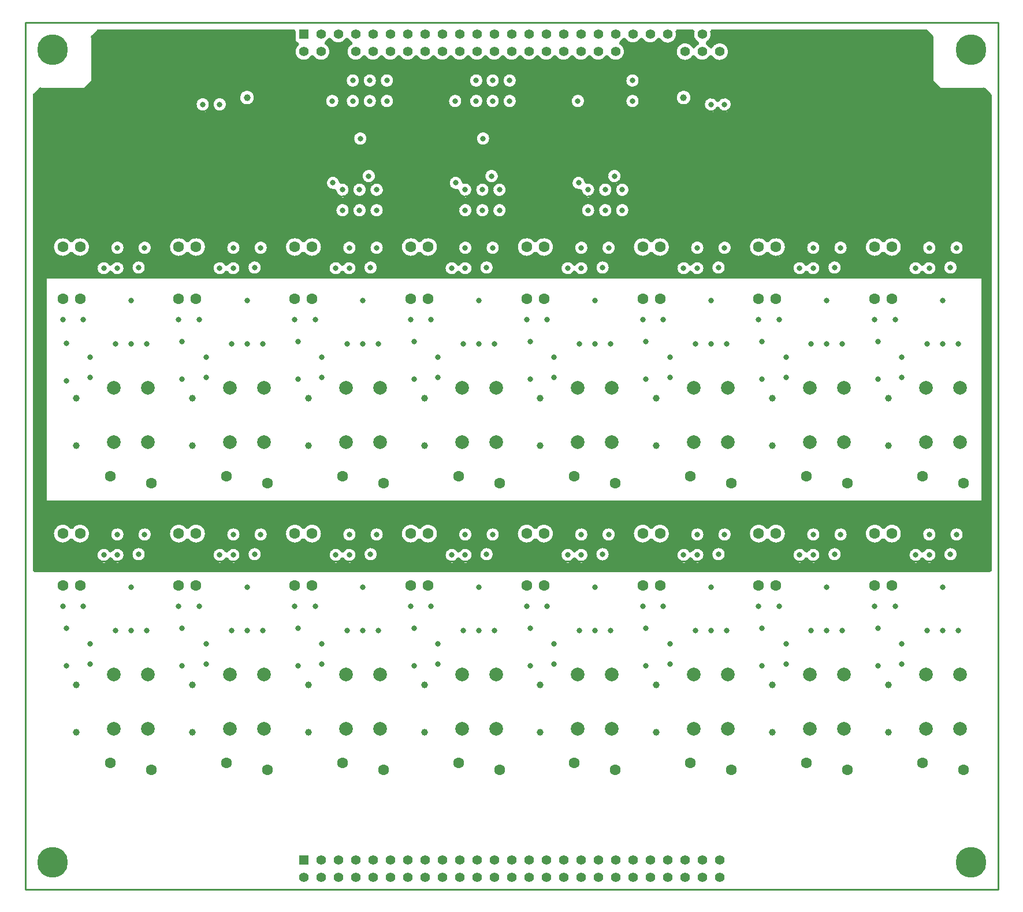
<source format=gbr>
*
*
G04 PADS Layout (Build Number 2005.266.2) generated Gerber (RS-274-X) file*
G04 PC Version=2.1*
*
%IN "cece_module_isoinput_10"*%
*
%MOMM*%
*
%FSLAX35Y35*%
*
*
*
*
G04 PC Standard Apertures*
*
*
G04 Thermal Relief Aperture macro.*
%AMTER*
1,1,$1,0,0*
1,0,$1-$2,0,0*
21,0,$3,$4,0,0,45*
21,0,$3,$4,0,0,135*
%
*
*
G04 Annular Aperture macro.*
%AMANN*
1,1,$1,0,0*
1,0,$2,0,0*
%
*
*
G04 Odd Aperture macro.*
%AMODD*
1,1,$1,0,0*
1,0,$1-0.005,0,0*
%
*
*
G04 PC Custom Aperture Macros*
*
*
*
*
*
*
G04 PC Aperture Table*
*
%ADD034R,1.4224X1.4224*%
%ADD035C,1.4224*%
%ADD036C,2*%
%ADD058C,0.254*%
%ADD061C,1*%
%ADD062C,0.8*%
%ADD103C,1.6*%
%ADD105C,4.5*%
*
*
*
*
G04 PC Custom Flashes*
G04 Layer Name cece_module_isoinput_10 - flashes*
%LPD*%
*
*
G04 PC Circuitry*
G04 Layer Name cece_module_isoinput_10 - circuitry*
%LPD*%
*
G54D34*
G01X29482000Y13127000D03*
Y25227000D03*
G54D35*
Y12873000D03*
X29736000Y13127000D03*
Y12873000D03*
X29990000Y13127000D03*
Y12873000D03*
X30244000Y13127000D03*
Y12873000D03*
X30498000Y13127000D03*
Y12873000D03*
X30752000Y13127000D03*
Y12873000D03*
X31006000Y13127000D03*
Y12873000D03*
X31260000Y13127000D03*
Y12873000D03*
X31514000Y13127000D03*
Y12873000D03*
X31768000Y13127000D03*
Y12873000D03*
X32022000Y13127000D03*
Y12873000D03*
X32276000Y13127000D03*
Y12873000D03*
X32530000Y13127000D03*
Y12873000D03*
X32784000Y13127000D03*
Y12873000D03*
X33038000Y13127000D03*
Y12873000D03*
X33292000Y13127000D03*
Y12873000D03*
X33546000Y13127000D03*
Y12873000D03*
X33800000Y13127000D03*
Y12873000D03*
X34054000Y13127000D03*
Y12873000D03*
X34308000Y13127000D03*
Y12873000D03*
X34562000Y13127000D03*
Y12873000D03*
X34816000Y13127000D03*
Y12873000D03*
X35070000Y13127000D03*
Y12873000D03*
X35324000Y13127000D03*
Y12873000D03*
X35578000Y13127000D03*
Y12873000D03*
X29482000Y24973000D03*
X29736000Y25227000D03*
Y24973000D03*
X29990000Y25227000D03*
Y24973000D03*
X30244000Y25227000D03*
Y24973000D03*
X30498000Y25227000D03*
Y24973000D03*
X30752000Y25227000D03*
Y24973000D03*
X31006000Y25227000D03*
Y24973000D03*
X31260000Y25227000D03*
Y24973000D03*
X31514000Y25227000D03*
Y24973000D03*
X31768000Y25227000D03*
Y24973000D03*
X32022000Y25227000D03*
Y24973000D03*
X32276000Y25227000D03*
Y24973000D03*
X32530000Y25227000D03*
Y24973000D03*
X32784000Y25227000D03*
Y24973000D03*
X33038000Y25227000D03*
Y24973000D03*
X33292000Y25227000D03*
Y24973000D03*
X33546000Y25227000D03*
Y24973000D03*
X33800000Y25227000D03*
Y24973000D03*
X34054000Y25227000D03*
Y24973000D03*
X34308000Y25227000D03*
Y24973000D03*
X34562000Y25227000D03*
Y24973000D03*
X34816000Y25227000D03*
Y24973000D03*
X35070000Y25227000D03*
Y24973000D03*
X35324000Y25227000D03*
Y24973000D03*
X35578000Y25227000D03*
Y24973000D03*
G54D36*
X26700000Y15050000D03*
X27200000D03*
Y15850000D03*
X26700000D03*
X30100000Y19250000D03*
X30600000D03*
Y20050000D03*
X30100000D03*
X31800000Y15050000D03*
X32300000D03*
Y15850000D03*
X31800000D03*
Y19250000D03*
X32300000D03*
Y20050000D03*
X31800000D03*
X33500000Y15050000D03*
X34000000D03*
Y15850000D03*
X33500000D03*
Y19250000D03*
X34000000D03*
Y20050000D03*
X33500000D03*
X26700000Y19250000D03*
X27200000D03*
Y20050000D03*
X26700000D03*
X35200000Y15050000D03*
X35700000D03*
Y15850000D03*
X35200000D03*
Y19250000D03*
X35700000D03*
Y20050000D03*
X35200000D03*
X36900000Y15050000D03*
X37400000D03*
Y15850000D03*
X36900000D03*
Y19250000D03*
X37400000D03*
Y20050000D03*
X36900000D03*
X38600000Y15050000D03*
X39100000D03*
Y15850000D03*
X38600000D03*
Y19250000D03*
X39100000D03*
Y20050000D03*
X38600000D03*
X28400000Y15050000D03*
X28900000D03*
Y15850000D03*
X28400000D03*
Y19250000D03*
X28900000D03*
Y20050000D03*
X28400000D03*
X30100000Y15050000D03*
X30600000D03*
Y15850000D03*
X30100000D03*
G54D58*
X39063801Y17610300D02*
G75*
G03X39063801I-102701J0D01*
G01X39152701Y17900000D02*
G03X39152701I-102701J0D01*
G01X38752701D02*
G03X38752701I-102701J0D01*
G01X37363801Y17610300D02*
G03X37363801I-102701J0D01*
G01X37452701Y17900000D02*
G03X37452701I-102701J0D01*
G01X37052701D02*
G03X37052701I-102701J0D01*
G01X35663801Y17610300D02*
G03X35663801I-102701J0D01*
G01X35752701Y17900000D02*
G03X35752701I-102701J0D01*
G01X35352701D02*
G03X35352701I-102701J0D01*
G01X33963801Y17610300D02*
G03X33963801I-102701J0D01*
G01X34052701Y17900000D02*
G03X34052701I-102701J0D01*
G01X33652701D02*
G03X33652701I-102701J0D01*
G01X32263801Y17610300D02*
G03X32263801I-102701J0D01*
G01X32352701Y17900000D02*
G03X32352701I-102701J0D01*
G01X31952701D02*
G03X31952701I-102701J0D01*
G01X30563801Y17610300D02*
G03X30563801I-102701J0D01*
G01X30652701Y17900000D02*
G03X30652701I-102701J0D01*
G01X30252701D02*
G03X30252701I-102701J0D01*
G01X28863801Y17610300D02*
G03X28863801I-102701J0D01*
G01X28952701Y17900000D02*
G03X28952701I-102701J0D01*
G01X28552701D02*
G03X28552701I-102701J0D01*
G01X27163801Y17610300D02*
G03X27163801I-102701J0D01*
G01X27252701Y17900000D02*
G03X27252701I-102701J0D01*
G01X26852701D02*
G03X26852701I-102701J0D01*
G01X39063801Y21810300D02*
G03X39063801I-102701J0D01*
G01X39152701Y22100000D02*
G03X39152701I-102701J0D01*
G01X38752701D02*
G03X38752701I-102701J0D01*
G01X37363801Y21810300D02*
G03X37363801I-102701J0D01*
G01X37452701Y22100000D02*
G03X37452701I-102701J0D01*
G01X37052701D02*
G03X37052701I-102701J0D01*
G01X35663801Y21810300D02*
G03X35663801I-102701J0D01*
G01X35752701Y22100000D02*
G03X35752701I-102701J0D01*
G01X35352701D02*
G03X35352701I-102701J0D01*
G01X35162701Y24300000D02*
G03X35162701I-112701J0D01*
G01X33963801Y21810300D02*
G03X33963801I-102701J0D01*
G01X34052701Y22100000D02*
G03X34052701I-102701J0D01*
G01X34252701Y22650000D02*
G03X34252701I-102701J0D01*
G01X34402701Y24250000D02*
G03X34402701I-102701J0D01*
G01Y24550000D02*
G03X34402701I-102701J0D01*
G01X34002701Y22650000D02*
G03X34002701I-102701J0D01*
G01Y22950000D02*
G03X34002701I-102701J0D01*
G01X33652701Y22100000D02*
G03X33652701I-102701J0D01*
G01X33752701Y22650000D02*
G03X33752701I-102701J0D01*
G01X33602701Y24250000D02*
G03X33602701I-102701J0D01*
G01X32263801Y21810300D02*
G03X32263801I-102701J0D01*
G01X32352701Y22100000D02*
G03X32352701I-102701J0D01*
G01X32452701Y22650000D02*
G03X32452701I-102701J0D01*
G01X32602701Y24250000D02*
G03X32602701I-102701J0D01*
G01Y24550000D02*
G03X32602701I-102701J0D01*
G01X32202701Y22650000D02*
G03X32202701I-102701J0D01*
G01Y22950000D02*
G03X32202701I-102701J0D01*
G01X32212701Y23700000D02*
G03X32212701I-102701J0D01*
G01X32352701Y24250000D02*
G03X32352701I-102701J0D01*
G01Y24550000D02*
G03X32352701I-102701J0D01*
G01X31952701Y22100000D02*
G03X31952701I-102701J0D01*
G01Y22650000D02*
G03X31952701I-102701J0D01*
G01X32112701Y24250000D02*
G03X32112701I-102701J0D01*
G01Y24550000D02*
G03X32112701I-102701J0D01*
G01X31802701Y24250000D02*
G03X31802701I-102701J0D01*
G01X30563801Y21810300D02*
G03X30563801I-102701J0D01*
G01X30652701Y22100000D02*
G03X30652701I-102701J0D01*
G01Y22650000D02*
G03X30652701I-102701J0D01*
G01X30802701Y24250000D02*
G03X30802701I-102701J0D01*
G01Y24550000D02*
G03X30802701I-102701J0D01*
G01X30252701Y22100000D02*
G03X30252701I-102701J0D01*
G01X30402701Y22650000D02*
G03X30402701I-102701J0D01*
G01Y22950000D02*
G03X30402701I-102701J0D01*
G01X30412701Y23700000D02*
G03X30412701I-102701J0D01*
G01X30552701Y24250000D02*
G03X30552701I-102701J0D01*
G01Y24550000D02*
G03X30552701I-102701J0D01*
G01X30152701Y22650000D02*
G03X30152701I-102701J0D01*
G01X30302701Y24250000D02*
G03X30302701I-102701J0D01*
G01Y24550000D02*
G03X30302701I-102701J0D01*
G01X30002701Y24250000D02*
G03X30002701I-102701J0D01*
G01X28863801Y21810300D02*
G03X28863801I-102701J0D01*
G01X28952701Y22100000D02*
G03X28952701I-102701J0D01*
G01X28552701D02*
G03X28552701I-102701J0D01*
G01X28762701Y24300000D02*
G03X28762701I-112701J0D01*
G01X28352701Y24200000D02*
G03X28352701I-102701J0D01*
G01X28102701D02*
G03X28102701I-102701J0D01*
G01X27163801Y21810300D02*
G03X27163801I-102701J0D01*
G01X27252701Y22100000D02*
G03X27252701I-102701J0D01*
G01X26852701D02*
G03X26852701I-102701J0D01*
G01X39547300Y17375401D02*
Y24339479D01*
G03X39543580Y24348459I-12700J0*
G01X39458459Y24433580*
G03X39449479Y24437300I-8980J-8980*
G01X38804740*
X38697300Y24544740*
Y25189479*
G03X38693580Y25198459I-12700J0*
G01X38608459Y25283580*
G03X38599479Y25287300I-8980J-8980*
G01X35462573*
G03X35450562Y25270474I0J-12700*
G01X35390737Y25111008D02*
G03X35450562Y25270474I-66737J115992D01*
G01X35390737Y25111008D02*
G03Y25088992I6333J-11008D01*
G01X35439992Y25039737D02*
G03X35390737Y25088992I-115992J-66737D01*
G01X35439992Y25039737D02*
G03X35462008I11008J6333D01*
G01Y24906263D02*
G03Y25039737I115992J66737D01*
G01Y24906263D02*
G03X35439992I-11008J-6333D01*
G01X35208008D02*
G03X35439992I115992J66737D01*
G01X35208008D02*
G03X35185992I-11008J-6333D01*
G01Y25039737D02*
G03Y24906263I-115992J-66737D01*
G01Y25039737D02*
G03X35208008I11008J6333D01*
G01X35257263Y25088992D02*
G03X35208008Y25039737I66737J-115992D01*
G01X35257263Y25088992D02*
G03Y25111008I-6333J11008D01*
G01X35197438Y25270474D02*
G03X35257263Y25111008I126562J-43474D01*
G01X35197438Y25270474D02*
G03X35185427Y25287300I-12011J4126D01*
G01X34954573*
G03X34942562Y25270474I0J-12700*
G01X34700008Y25160263D02*
G03X34942562Y25270474I115992J66737D01*
G01X34700008Y25160263D02*
G03X34677992I-11008J-6333D01*
G01X34446008D02*
G03X34677992I115992J66737D01*
G01X34446008D02*
G03X34423992I-11008J-6333D01*
G01X34192008D02*
G03X34423992I115992J66737D01*
G01X34192008D02*
G03X34169992I-11008J-6333D01*
G01X34120737Y25111008D02*
G03X34169992Y25160263I-66737J115992D01*
G01X34120737Y25111008D02*
G03Y25088992I6333J-11008D01*
G01X33938008Y24906263D02*
G03X34120737Y25088992I115992J66737D01*
G01X33938008Y24906263D02*
G03X33915992I-11008J-6333D01*
G01X33684008D02*
G03X33915992I115992J66737D01*
G01X33684008D02*
G03X33661992I-11008J-6333D01*
G01X33430008D02*
G03X33661992I115992J66737D01*
G01X33430008D02*
G03X33407992I-11008J-6333D01*
G01X33176008D02*
G03X33407992I115992J66737D01*
G01X33176008D02*
G03X33153992I-11008J-6333D01*
G01X32922008D02*
G03X33153992I115992J66737D01*
G01X32922008D02*
G03X32899992I-11008J-6333D01*
G01X32668008D02*
G03X32899992I115992J66737D01*
G01X32668008D02*
G03X32645992I-11008J-6333D01*
G01X32414008D02*
G03X32645992I115992J66737D01*
G01X32414008D02*
G03X32391992I-11008J-6333D01*
G01X32160008D02*
G03X32391992I115992J66737D01*
G01X32160008D02*
G03X32137992I-11008J-6333D01*
G01X31906008D02*
G03X32137992I115992J66737D01*
G01X31906008D02*
G03X31883992I-11008J-6333D01*
G01X31652008D02*
G03X31883992I115992J66737D01*
G01X31652008D02*
G03X31629992I-11008J-6333D01*
G01X31398008D02*
G03X31629992I115992J66737D01*
G01X31398008D02*
G03X31375992I-11008J-6333D01*
G01X31144008D02*
G03X31375992I115992J66737D01*
G01X31144008D02*
G03X31121992I-11008J-6333D01*
G01X30890008D02*
G03X31121992I115992J66737D01*
G01X30890008D02*
G03X30867992I-11008J-6333D01*
G01X30636008D02*
G03X30867992I115992J66737D01*
G01X30636008D02*
G03X30613992I-11008J-6333D01*
G01X30382008D02*
G03X30613992I115992J66737D01*
G01X30382008D02*
G03X30359992I-11008J-6333D01*
G01X30177263Y25088992D02*
G03X30359992Y24906263I66737J-115992D01*
G01X30177263Y25088992D02*
G03Y25111008I-6333J11008D01*
G01X30128008Y25160263D02*
G03X30177263Y25111008I115992J66737D01*
G01X30128008Y25160263D02*
G03X30105992I-11008J-6333D01*
G01X29874008D02*
G03X30105992I115992J66737D01*
G01X29874008D02*
G03X29851992I-11008J-6333D01*
G01X29802737Y25111008D02*
G03X29851992Y25160263I-66737J115992D01*
G01X29802737Y25111008D02*
G03Y25088992I6333J-11008D01*
G01X29620008Y24906263D02*
G03X29802737Y25088992I115992J66737D01*
G01X29620008Y24906263D02*
G03X29597992I-11008J-6333D01*
G01X29395089Y25074757D02*
G03X29597992Y24906263I86911J-101757D01*
G01X29395089Y25074757D02*
G03X29390890Y25096451I-8248J9657D01*
G01X29348180Y25155880D02*
G03X29390890Y25096451I62700J0D01*
G01X29348179Y25155880D02*
Y25274600D01*
X29348179D02*
G03X29335479Y25287300I-12700J0D01*
G01X29335479D02*
X26470521D01*
G03X26461541Y25283580I-0J-12700*
G01X26376420Y25198459*
G03X26372700Y25189479I8980J-8980*
G01Y24544740*
X26265260Y24437300*
X25620521*
G03X25611541Y24433580I-0J-12700*
G01X25526420Y24348459*
G03X25522700Y24339479I8980J-8980*
G01Y17375401*
X25522700D02*
G03X25535400Y17362701I12700J-0D01*
G01X25535400D02*
X39534600D01*
X39534600D02*
G03X39547300Y17375401I0J12700D01*
G01X39063801Y17610300D02*
G03X39063801I-102701J0D01*
G01X39152701Y17900000D02*
G03X39152701I-102701J0D01*
G01X38561005Y17548743D02*
G03Y17651257I88995J51257D01*
G01Y17548743D02*
G03X38538995I-11005J-6339D01*
G01Y17651257D02*
G03Y17548743I-88995J-51257D01*
G01Y17651257D02*
G03X38561005I11005J6339D01*
G01X38752701Y17900000D02*
G03X38752701I-102701J0D01*
G01X37987379Y17829763D02*
G03Y17994237I116621J82237D01*
G01Y17829763D02*
G03X37966621I-10379J-7319D01*
G01Y17994237D02*
G03Y17829763I-116621J-82237D01*
G01Y17994237D02*
G03X37987379I10379J7319D01*
G01X37363801Y17610300D02*
G03X37363801I-102701J0D01*
G01X37452701Y17900000D02*
G03X37452701I-102701J0D01*
G01X36861005Y17548743D02*
G03Y17651257I88995J51257D01*
G01Y17548743D02*
G03X36838995I-11005J-6339D01*
G01Y17651257D02*
G03Y17548743I-88995J-51257D01*
G01Y17651257D02*
G03X36861005I11005J6339D01*
G01X37052701Y17900000D02*
G03X37052701I-102701J0D01*
G01X36287379Y17829763D02*
G03Y17994237I116621J82237D01*
G01Y17829763D02*
G03X36266621I-10379J-7319D01*
G01Y17994237D02*
G03Y17829763I-116621J-82237D01*
G01Y17994237D02*
G03X36287379I10379J7319D01*
G01X35663801Y17610300D02*
G03X35663801I-102701J0D01*
G01X35752701Y17900000D02*
G03X35752701I-102701J0D01*
G01X35161005Y17548743D02*
G03Y17651257I88995J51257D01*
G01Y17548743D02*
G03X35138995I-11005J-6339D01*
G01Y17651257D02*
G03Y17548743I-88995J-51257D01*
G01Y17651257D02*
G03X35161005I11005J6339D01*
G01X35352701Y17900000D02*
G03X35352701I-102701J0D01*
G01X34587379Y17829763D02*
G03Y17994237I116621J82237D01*
G01Y17829763D02*
G03X34566621I-10379J-7319D01*
G01Y17994237D02*
G03Y17829763I-116621J-82237D01*
G01Y17994237D02*
G03X34587379I10379J7319D01*
G01X33963801Y17610300D02*
G03X33963801I-102701J0D01*
G01X34052701Y17900000D02*
G03X34052701I-102701J0D01*
G01X33461005Y17548743D02*
G03Y17651257I88995J51257D01*
G01Y17548743D02*
G03X33438995I-11005J-6339D01*
G01Y17651257D02*
G03Y17548743I-88995J-51257D01*
G01Y17651257D02*
G03X33461005I11005J6339D01*
G01X33652701Y17900000D02*
G03X33652701I-102701J0D01*
G01X32887379Y17829763D02*
G03Y17994237I116621J82237D01*
G01Y17829763D02*
G03X32866621I-10379J-7319D01*
G01Y17994237D02*
G03Y17829763I-116621J-82237D01*
G01Y17994237D02*
G03X32887379I10379J7319D01*
G01X32263801Y17610300D02*
G03X32263801I-102701J0D01*
G01X32352701Y17900000D02*
G03X32352701I-102701J0D01*
G01X31761005Y17548743D02*
G03Y17651257I88995J51257D01*
G01Y17548743D02*
G03X31738995I-11005J-6339D01*
G01Y17651257D02*
G03Y17548743I-88995J-51257D01*
G01Y17651257D02*
G03X31761005I11005J6339D01*
G01X31952701Y17900000D02*
G03X31952701I-102701J0D01*
G01X31187379Y17829763D02*
G03Y17994237I116621J82237D01*
G01Y17829763D02*
G03X31166621I-10379J-7319D01*
G01Y17994237D02*
G03Y17829763I-116621J-82237D01*
G01Y17994237D02*
G03X31187379I10379J7319D01*
G01X30563801Y17610300D02*
G03X30563801I-102701J0D01*
G01X30652701Y17900000D02*
G03X30652701I-102701J0D01*
G01X30061005Y17548743D02*
G03Y17651257I88995J51257D01*
G01Y17548743D02*
G03X30038995I-11005J-6339D01*
G01Y17651257D02*
G03Y17548743I-88995J-51257D01*
G01Y17651257D02*
G03X30061005I11005J6339D01*
G01X30252701Y17900000D02*
G03X30252701I-102701J0D01*
G01X29487379Y17829763D02*
G03Y17994237I116621J82237D01*
G01Y17829763D02*
G03X29466621I-10379J-7319D01*
G01Y17994237D02*
G03Y17829763I-116621J-82237D01*
G01Y17994237D02*
G03X29487379I10379J7319D01*
G01X28863801Y17610300D02*
G03X28863801I-102701J0D01*
G01X28952701Y17900000D02*
G03X28952701I-102701J0D01*
G01X28361005Y17548743D02*
G03Y17651257I88995J51257D01*
G01Y17548743D02*
G03X28338995I-11005J-6339D01*
G01Y17651257D02*
G03Y17548743I-88995J-51257D01*
G01Y17651257D02*
G03X28361005I11005J6339D01*
G01X28552701Y17900000D02*
G03X28552701I-102701J0D01*
G01X27787379Y17829763D02*
G03Y17994237I116621J82237D01*
G01Y17829763D02*
G03X27766621I-10379J-7319D01*
G01Y17994237D02*
G03Y17829763I-116621J-82237D01*
G01Y17994237D02*
G03X27787379I10379J7319D01*
G01X27163801Y17610300D02*
G03X27163801I-102701J0D01*
G01X27252701Y17900000D02*
G03X27252701I-102701J0D01*
G01X26661005Y17548743D02*
G03Y17651257I88995J51257D01*
G01Y17548743D02*
G03X26638995I-11005J-6339D01*
G01Y17651257D02*
G03Y17548743I-88995J-51257D01*
G01Y17651257D02*
G03X26661005I11005J6339D01*
G01X26852701Y17900000D02*
G03X26852701I-102701J0D01*
G01X26087379Y17829763D02*
G03Y17994237I116621J82237D01*
G01Y17829763D02*
G03X26066621I-10379J-7319D01*
G01Y17994237D02*
G03Y17829763I-116621J-82237D01*
G01Y17994237D02*
G03X26087379I10379J7319D01*
G01X39422701Y21650000D02*
Y18400000D01*
X39410000Y18387299D02*
G03X39422701Y18400000I0J12701D01*
G01X39410000Y18387299D02*
X25710000D01*
X25697299Y18400000D02*
G03X25710000Y18387299I12701J0D01*
G01X25697299Y18400000D02*
Y21650000D01*
X25710000Y21662701D02*
G03X25697299Y21650000I0J-12701D01*
G01X25710000Y21662701D02*
X39410000D01*
X39422701Y21650000D02*
G03X39410000Y21662701I-12701J0D01*
G01X39063801Y21810300D02*
G03X39063801I-102701J0D01*
G01X39152701Y22100000D02*
G03X39152701I-102701J0D01*
G01X38561005Y21748743D02*
G03Y21851257I88995J51257D01*
G01Y21748743D02*
G03X38538995I-11005J-6339D01*
G01Y21851257D02*
G03Y21748743I-88995J-51257D01*
G01Y21851257D02*
G03X38561005I11005J6339D01*
G01X38752701Y22100000D02*
G03X38752701I-102701J0D01*
G01X37987379Y22029763D02*
G03Y22194237I116621J82237D01*
G01Y22029763D02*
G03X37966621I-10379J-7319D01*
G01Y22194237D02*
G03Y22029763I-116621J-82237D01*
G01Y22194237D02*
G03X37987379I10379J7319D01*
G01X37363801Y21810300D02*
G03X37363801I-102701J0D01*
G01X37452701Y22100000D02*
G03X37452701I-102701J0D01*
G01X36861005Y21748743D02*
G03Y21851257I88995J51257D01*
G01Y21748743D02*
G03X36838995I-11005J-6339D01*
G01Y21851257D02*
G03Y21748743I-88995J-51257D01*
G01Y21851257D02*
G03X36861005I11005J6339D01*
G01X37052701Y22100000D02*
G03X37052701I-102701J0D01*
G01X36287379Y22029763D02*
G03Y22194237I116621J82237D01*
G01Y22029763D02*
G03X36266621I-10379J-7319D01*
G01Y22194237D02*
G03Y22029763I-116621J-82237D01*
G01Y22194237D02*
G03X36287379I10379J7319D01*
G01X35663801Y21810300D02*
G03X35663801I-102701J0D01*
G01X35752701Y22100000D02*
G03X35752701I-102701J0D01*
G01X35161005Y21748743D02*
G03Y21851257I88995J51257D01*
G01Y21748743D02*
G03X35138995I-11005J-6339D01*
G01Y21851257D02*
G03Y21748743I-88995J-51257D01*
G01Y21851257D02*
G03X35161005I11005J6339D01*
G01X35352701Y22100000D02*
G03X35352701I-102701J0D01*
G01X35561005Y24148743D02*
G03Y24251257I88995J51257D01*
G01Y24148743D02*
G03X35538995I-11005J-6339D01*
G01Y24251257D02*
G03Y24148743I-88995J-51257D01*
G01Y24251257D02*
G03X35561005I11005J6339D01*
G01X35162701Y24300000D02*
G03X35162701I-112701J0D01*
G01X34587379Y22029763D02*
G03Y22194237I116621J82237D01*
G01Y22029763D02*
G03X34566621I-10379J-7319D01*
G01Y22194237D02*
G03Y22029763I-116621J-82237D01*
G01Y22194237D02*
G03X34587379I10379J7319D01*
G01X33963801Y21810300D02*
G03X33963801I-102701J0D01*
G01X34052701Y22100000D02*
G03X34052701I-102701J0D01*
G01X34252701Y22650000D02*
G03X34252701I-102701J0D01*
G01X34096265Y23037521D02*
G03X34101391Y23040468I53735J-87521D01*
G01X34096265Y23037521D02*
G03X34098610Y23039374I-6645J10823D01*
X34101391Y23040468I-3230J12282*
G01X34402701Y24250000D02*
G03X34402701I-102701J0D01*
G01Y24550000D02*
G03X34402701I-102701J0D01*
G01X34002701Y22650000D02*
G03X34002701I-102701J0D01*
G01Y22950000D02*
G03X34002701I-102701J0D01*
G01X34088735Y23062479D02*
G03X34083609Y23059532I-53735J87521D01*
G01X34088735Y23062479D02*
G03X34086390Y23060626I6645J-10823D01*
X34083609Y23059532I3230J-12282*
G01X33461005Y21748743D02*
G03Y21851257I88995J51257D01*
G01Y21748743D02*
G03X33438995I-11005J-6339D01*
G01Y21851257D02*
G03Y21748743I-88995J-51257D01*
G01Y21851257D02*
G03X33461005I11005J6339D01*
G01X33652701Y22100000D02*
G03X33652701I-102701J0D01*
G01X33752701Y22650000D02*
G03X33752701I-102701J0D01*
G01X33547913Y22938791D02*
G03X33627494Y23050204I102087J11209D01*
G01X33547913Y22938791D02*
G03X33532506Y22949796I-12624J-1387D01*
G01X33612087Y23061209D02*
G03X33532506Y22949796I-102087J-11209D01*
G01X33612087Y23061209D02*
G03X33627494Y23050204I12624J1387D01*
G01X33602701Y24250000D02*
G03X33602701I-102701J0D01*
G01X32887379Y22029763D02*
G03Y22194237I116621J82237D01*
G01Y22029763D02*
G03X32866621I-10379J-7319D01*
G01Y22194237D02*
G03Y22029763I-116621J-82237D01*
G01Y22194237D02*
G03X32887379I10379J7319D01*
G01X32263801Y21810300D02*
G03X32263801I-102701J0D01*
G01X32352701Y22100000D02*
G03X32352701I-102701J0D01*
G01X32452701Y22650000D02*
G03X32452701I-102701J0D01*
G01X32296265Y23037521D02*
G03X32301391Y23040468I53735J-87521D01*
G01X32296265Y23037521D02*
G03X32298610Y23039374I-6645J10823D01*
X32301391Y23040468I-3230J12282*
G01X32602701Y24250000D02*
G03X32602701I-102701J0D01*
G01Y24550000D02*
G03X32602701I-102701J0D01*
G01X32202701Y22650000D02*
G03X32202701I-102701J0D01*
G01Y22950000D02*
G03X32202701I-102701J0D01*
G01X32288735Y23062479D02*
G03X32283609Y23059532I-53735J87521D01*
G01X32288735Y23062479D02*
G03X32286390Y23060626I6645J-10823D01*
X32283609Y23059532I3230J-12282*
G01X32212701Y23700000D02*
G03X32212701I-102701J0D01*
G01X32352701Y24250000D02*
G03X32352701I-102701J0D01*
G01Y24550000D02*
G03X32352701I-102701J0D01*
G01X31761005Y21748743D02*
G03Y21851257I88995J51257D01*
G01Y21748743D02*
G03X31738995I-11005J-6339D01*
G01Y21851257D02*
G03Y21748743I-88995J-51257D01*
G01Y21851257D02*
G03X31761005I11005J6339D01*
G01X31952701Y22100000D02*
G03X31952701I-102701J0D01*
G01Y22650000D02*
G03X31952701I-102701J0D01*
G01X31747913Y22938791D02*
G03X31827494Y23050204I102087J11209D01*
G01X31747913Y22938791D02*
G03X31732506Y22949796I-12624J-1387D01*
G01X31812087Y23061209D02*
G03X31732506Y22949796I-102087J-11209D01*
G01X31812087Y23061209D02*
G03X31827494Y23050204I12624J1387D01*
G01X32112701Y24250000D02*
G03X32112701I-102701J0D01*
G01Y24550000D02*
G03X32112701I-102701J0D01*
G01X31802701Y24250000D02*
G03X31802701I-102701J0D01*
G01X31187379Y22029763D02*
G03Y22194237I116621J82237D01*
G01Y22029763D02*
G03X31166621I-10379J-7319D01*
G01Y22194237D02*
G03Y22029763I-116621J-82237D01*
G01Y22194237D02*
G03X31187379I10379J7319D01*
G01X30563801Y21810300D02*
G03X30563801I-102701J0D01*
G01X30652701Y22100000D02*
G03X30652701I-102701J0D01*
G01Y22650000D02*
G03X30652701I-102701J0D01*
G01X30496265Y23037521D02*
G03X30501391Y23040468I53735J-87521D01*
G01X30496265Y23037521D02*
G03X30498610Y23039374I-6645J10823D01*
X30501391Y23040468I-3230J12282*
G01X30802701Y24250000D02*
G03X30802701I-102701J0D01*
G01Y24550000D02*
G03X30802701I-102701J0D01*
G01X30061005Y21748743D02*
G03Y21851257I88995J51257D01*
G01Y21748743D02*
G03X30038995I-11005J-6339D01*
G01Y21851257D02*
G03Y21748743I-88995J-51257D01*
G01Y21851257D02*
G03X30061005I11005J6339D01*
G01X30252701Y22100000D02*
G03X30252701I-102701J0D01*
G01X30402701Y22650000D02*
G03X30402701I-102701J0D01*
G01Y22950000D02*
G03X30402701I-102701J0D01*
G01X30488735Y23062479D02*
G03X30483609Y23059532I-53735J87521D01*
G01X30488735Y23062479D02*
G03X30486390Y23060626I6645J-10823D01*
X30483609Y23059532I3230J-12282*
G01X30412701Y23700000D02*
G03X30412701I-102701J0D01*
G01X30552701Y24250000D02*
G03X30552701I-102701J0D01*
G01Y24550000D02*
G03X30552701I-102701J0D01*
G01X30152701Y22650000D02*
G03X30152701I-102701J0D01*
G01X29947913Y22938791D02*
G03X30027494Y23050204I102087J11209D01*
G01X29947913Y22938791D02*
G03X29932506Y22949796I-12624J-1387D01*
G01X30012087Y23061209D02*
G03X29932506Y22949796I-102087J-11209D01*
G01X30012087Y23061209D02*
G03X30027494Y23050204I12624J1387D01*
G01X30302701Y24250000D02*
G03X30302701I-102701J0D01*
G01Y24550000D02*
G03X30302701I-102701J0D01*
G01X30002701Y24250000D02*
G03X30002701I-102701J0D01*
G01X29487379Y22029763D02*
G03Y22194237I116621J82237D01*
G01Y22029763D02*
G03X29466621I-10379J-7319D01*
G01Y22194237D02*
G03Y22029763I-116621J-82237D01*
G01Y22194237D02*
G03X29487379I10379J7319D01*
G01X28863801Y21810300D02*
G03X28863801I-102701J0D01*
G01X28952701Y22100000D02*
G03X28952701I-102701J0D01*
G01X28361005Y21748743D02*
G03Y21851257I88995J51257D01*
G01Y21748743D02*
G03X28338995I-11005J-6339D01*
G01Y21851257D02*
G03Y21748743I-88995J-51257D01*
G01Y21851257D02*
G03X28361005I11005J6339D01*
G01X28552701Y22100000D02*
G03X28552701I-102701J0D01*
G01X28762701Y24300000D02*
G03X28762701I-112701J0D01*
G01X28352701Y24200000D02*
G03X28352701I-102701J0D01*
G01X27787379Y22029763D02*
G03Y22194237I116621J82237D01*
G01Y22029763D02*
G03X27766621I-10379J-7319D01*
G01Y22194237D02*
G03Y22029763I-116621J-82237D01*
G01Y22194237D02*
G03X27787379I10379J7319D01*
G01X28102701Y24200000D02*
G03X28102701I-102701J0D01*
G01X27163801Y21810300D02*
G03X27163801I-102701J0D01*
G01X27252701Y22100000D02*
G03X27252701I-102701J0D01*
G01X26661005Y21748743D02*
G03Y21851257I88995J51257D01*
G01Y21748743D02*
G03X26638995I-11005J-6339D01*
G01Y21851257D02*
G03Y21748743I-88995J-51257D01*
G01Y21851257D02*
G03X26661005I11005J6339D01*
G01X26852701Y22100000D02*
G03X26852701I-102701J0D01*
G01X26087379Y22029763D02*
G03Y22194237I116621J82237D01*
G01Y22029763D02*
G03X26066621I-10379J-7319D01*
G01Y22194237D02*
G03Y22029763I-116621J-82237D01*
G01Y22194237D02*
G03X26087379I10379J7319D01*
G01X35157416Y24334107D02*
X39547300D01*
X35162138Y24311247D02*
X39547300D01*
X35702299Y24288387D02*
X39547300D01*
X35729080Y24265527D02*
X39547300D01*
X35743418Y24242667D02*
X39547300D01*
X35750772Y24219807D02*
X39547300D01*
X35752655Y24196947D02*
X39547300D01*
X35749378Y24174087D02*
X39547300D01*
X35740380Y24151227D02*
X39547300D01*
X35723594Y24128367D02*
X39547300D01*
X35690229Y24105507D02*
X39547300D01*
X25522700Y24082647D02*
X39547300D01*
X25522700Y24059787D02*
X39547300D01*
X25522700Y24036927D02*
X39547300D01*
X25522700Y24014067D02*
X39547300D01*
X25522700Y23991207D02*
X39547300D01*
X25522700Y23968347D02*
X39547300D01*
X25522700Y23945487D02*
X39547300D01*
X25522700Y23922627D02*
X39547300D01*
X25522700Y23899767D02*
X39547300D01*
X25522700Y23876907D02*
X39547300D01*
X25522700Y23854047D02*
X39547300D01*
X25522700Y23831187D02*
X39547300D01*
X25522700Y23808327D02*
X39547300D01*
X32166946Y23785467D02*
X39547300D01*
X32191411Y23762607D02*
X39547300D01*
X32204697Y23739747D02*
X39547300D01*
X32211303Y23716887D02*
X39547300D01*
X32212527Y23694027D02*
X39547300D01*
X32208570Y23671167D02*
X39547300D01*
X32198742Y23648307D02*
X39547300D01*
X32180634Y23625447D02*
X39547300D01*
X32142528Y23602587D02*
X39547300D01*
X25522700Y23579727D02*
X39547300D01*
X25522700Y23556867D02*
X39547300D01*
X25522700Y23534007D02*
X39547300D01*
X25522700Y23511147D02*
X39547300D01*
X25522700Y23488287D02*
X39547300D01*
X25522700Y23465427D02*
X39547300D01*
X25522700Y23442567D02*
X39547300D01*
X25522700Y23419707D02*
X39547300D01*
X25522700Y23396847D02*
X39547300D01*
X25522700Y23373987D02*
X39547300D01*
X25522700Y23351127D02*
X39547300D01*
X25522700Y23328267D02*
X39547300D01*
X25522700Y23305407D02*
X39547300D01*
X25522700Y23282547D02*
X39547300D01*
X25522700Y23259687D02*
X39547300D01*
X34089850Y23236827D02*
X39547300D01*
X34115347Y23213967D02*
X39547300D01*
X34129115Y23191107D02*
X39547300D01*
X34136067Y23168247D02*
X39547300D01*
X34137597Y23145387D02*
X39547300D01*
X34133958Y23122527D02*
X39547300D01*
X34124521Y23099667D02*
X39547300D01*
X34107043Y23076807D02*
X39547300D01*
X34071348Y23053947D02*
X39547300D01*
X34213027Y23031087D02*
X39547300D01*
X34234599Y23008227D02*
X39547300D01*
X34246419Y22985367D02*
X39547300D01*
X34251936Y22962507D02*
X39547300D01*
X34252177Y22939647D02*
X39547300D01*
X34247182Y22916787D02*
X39547300D01*
X34236042Y22893927D02*
X39547300D01*
X34215703Y22871067D02*
X39547300D01*
X34163620Y22848207D02*
X39547300D01*
X25522700Y22825347D02*
X39547300D01*
X25522700Y22802487D02*
X39547300D01*
X25522700Y22779627D02*
X39547300D01*
X25522700Y22756767D02*
X39547300D01*
X34209221Y22733907D02*
X39547300D01*
X34232588Y22711047D02*
X39547300D01*
X34245337Y22688187D02*
X39547300D01*
X34251550Y22665327D02*
X39547300D01*
X34252424Y22642467D02*
X39547300D01*
X34248100Y22619607D02*
X39547300D01*
X34237815Y22596747D02*
X39547300D01*
X34218950Y22573887D02*
X39547300D01*
X34177417Y22551027D02*
X39547300D01*
X25522700Y22528167D02*
X39547300D01*
X25522700Y22505307D02*
X39547300D01*
X25522700Y22482447D02*
X39547300D01*
X25522700Y22459587D02*
X39547300D01*
X25522700Y22436727D02*
X39547300D01*
X25522700Y22413867D02*
X39547300D01*
X25522700Y22391007D02*
X39547300D01*
X25522700Y22368147D02*
X39547300D01*
X25522700Y22345287D02*
X39547300D01*
X25522700Y22322427D02*
X39547300D01*
X25522700Y22299567D02*
X39547300D01*
X25522700Y22276707D02*
X39547300D01*
X38119587Y22253847D02*
X39547300D01*
X38182776Y22230987D02*
X39547300D01*
X38209466Y22208127D02*
X39547300D01*
X39107245Y22185267D02*
X39547300D01*
X39131565Y22162407D02*
X39547300D01*
X39144781Y22139547D02*
X39547300D01*
X39151336Y22116687D02*
X39547300D01*
X39152515Y22093827D02*
X39547300D01*
X39148511Y22070967D02*
X39547300D01*
X39138626Y22048107D02*
X39547300D01*
X39120423Y22025247D02*
X39547300D01*
X39081922Y22002387D02*
X39547300D01*
X38157050Y21979527D02*
X39547300D01*
X25522700Y21956667D02*
X39547300D01*
X25522700Y21933807D02*
X39547300D01*
X38981536Y21910947D02*
X39547300D01*
X39028157Y21888087D02*
X39547300D01*
X39047878Y21865227D02*
X39547300D01*
X39058666Y21842367D02*
X39547300D01*
X39063387Y21819507D02*
X39547300D01*
X39062889Y21796647D02*
X39547300D01*
X39057090Y21773787D02*
X39547300D01*
X39044899Y21750927D02*
X39547300D01*
X39022623Y21728067D02*
X39547300D01*
X38689517Y21705207D02*
X39547300D01*
X25522700Y21682347D02*
X39547300D01*
X39418444Y21659487D02*
X39547300D01*
X39422701Y21636627D02*
X39547300D01*
X39422701Y21613767D02*
X39547300D01*
X39422701Y21590907D02*
X39547300D01*
X39422701Y21568047D02*
X39547300D01*
X39422701Y21545187D02*
X39547300D01*
X39422701Y21522327D02*
X39547300D01*
X39422701Y21499467D02*
X39547300D01*
X39422701Y21476607D02*
X39547300D01*
X39422701Y21453747D02*
X39547300D01*
X39422701Y21430887D02*
X39547300D01*
X39422701Y21408027D02*
X39547300D01*
X39422701Y21385167D02*
X39547300D01*
X39422701Y21362307D02*
X39547300D01*
X39422701Y21339447D02*
X39547300D01*
X39422701Y21316587D02*
X39547300D01*
X39422701Y21293727D02*
X39547300D01*
X39422701Y21270867D02*
X39547300D01*
X39422701Y21248007D02*
X39547300D01*
X39422701Y21225147D02*
X39547300D01*
X39422701Y21202287D02*
X39547300D01*
X39422701Y21179427D02*
X39547300D01*
X39422701Y21156567D02*
X39547300D01*
X39422701Y21133707D02*
X39547300D01*
X39422701Y21110847D02*
X39547300D01*
X39422701Y21087987D02*
X39547300D01*
X39422701Y21065127D02*
X39547300D01*
X39422701Y21042267D02*
X39547300D01*
X39422701Y21019407D02*
X39547300D01*
X39422701Y20996547D02*
X39547300D01*
X39422701Y20973687D02*
X39547300D01*
X39422701Y20950827D02*
X39547300D01*
X39422701Y20927967D02*
X39547300D01*
X39422701Y20905107D02*
X39547300D01*
X39422701Y20882247D02*
X39547300D01*
X39422701Y20859387D02*
X39547300D01*
X39422701Y20836527D02*
X39547300D01*
X39422701Y20813667D02*
X39547300D01*
X39422701Y20790807D02*
X39547300D01*
X39422701Y20767947D02*
X39547300D01*
X39422701Y20745087D02*
X39547300D01*
X39422701Y20722227D02*
X39547300D01*
X39422701Y20699367D02*
X39547300D01*
X39422701Y20676507D02*
X39547300D01*
X39422701Y20653647D02*
X39547300D01*
X39422701Y20630787D02*
X39547300D01*
X39422701Y20607927D02*
X39547300D01*
X39422701Y20585067D02*
X39547300D01*
X39422701Y20562207D02*
X39547300D01*
X39422701Y20539347D02*
X39547300D01*
X39422701Y20516487D02*
X39547300D01*
X39422701Y20493627D02*
X39547300D01*
X39422701Y20470767D02*
X39547300D01*
X39422701Y20447907D02*
X39547300D01*
X39422701Y20425047D02*
X39547300D01*
X39422701Y20402187D02*
X39547300D01*
X39422701Y20379327D02*
X39547300D01*
X39422701Y20356467D02*
X39547300D01*
X39422701Y20333607D02*
X39547300D01*
X39422701Y20310747D02*
X39547300D01*
X39422701Y20287887D02*
X39547300D01*
X39422701Y20265027D02*
X39547300D01*
X39422701Y20242167D02*
X39547300D01*
X39422701Y20219307D02*
X39547300D01*
X39422701Y20196447D02*
X39547300D01*
X39422701Y20173587D02*
X39547300D01*
X39422701Y20150727D02*
X39547300D01*
X39422701Y20127867D02*
X39547300D01*
X39422701Y20105007D02*
X39547300D01*
X39422701Y20082147D02*
X39547300D01*
X39422701Y20059287D02*
X39547300D01*
X39422701Y20036427D02*
X39547300D01*
X39422701Y20013567D02*
X39547300D01*
X39422701Y19990707D02*
X39547300D01*
X39422701Y19967847D02*
X39547300D01*
X39422701Y19944987D02*
X39547300D01*
X39422701Y19922127D02*
X39547300D01*
X39422701Y19899267D02*
X39547300D01*
X39422701Y19876407D02*
X39547300D01*
X39422701Y19853547D02*
X39547300D01*
X39422701Y19830687D02*
X39547300D01*
X39422701Y19807827D02*
X39547300D01*
X39422701Y19784967D02*
X39547300D01*
X39422701Y19762107D02*
X39547300D01*
X39422701Y19739247D02*
X39547300D01*
X39422701Y19716387D02*
X39547300D01*
X39422701Y19693527D02*
X39547300D01*
X39422701Y19670667D02*
X39547300D01*
X39422701Y19647807D02*
X39547300D01*
X39422701Y19624947D02*
X39547300D01*
X39422701Y19602087D02*
X39547300D01*
X39422701Y19579227D02*
X39547300D01*
X39422701Y19556367D02*
X39547300D01*
X39422701Y19533507D02*
X39547300D01*
X39422701Y19510647D02*
X39547300D01*
X39422701Y19487787D02*
X39547300D01*
X39422701Y19464927D02*
X39547300D01*
X39422701Y19442067D02*
X39547300D01*
X39422701Y19419207D02*
X39547300D01*
X39422701Y19396347D02*
X39547300D01*
X39422701Y19373487D02*
X39547300D01*
X39422701Y19350627D02*
X39547300D01*
X39422701Y19327767D02*
X39547300D01*
X39422701Y19304907D02*
X39547300D01*
X39422701Y19282047D02*
X39547300D01*
X39422701Y19259187D02*
X39547300D01*
X39422701Y19236327D02*
X39547300D01*
X39422701Y19213467D02*
X39547300D01*
X39422701Y19190607D02*
X39547300D01*
X39422701Y19167747D02*
X39547300D01*
X39422701Y19144887D02*
X39547300D01*
X39422701Y19122027D02*
X39547300D01*
X39422701Y19099167D02*
X39547300D01*
X39422701Y19076307D02*
X39547300D01*
X39422701Y19053447D02*
X39547300D01*
X39422701Y19030587D02*
X39547300D01*
X39422701Y19007727D02*
X39547300D01*
X39422701Y18984867D02*
X39547300D01*
X39422701Y18962007D02*
X39547300D01*
X39422701Y18939147D02*
X39547300D01*
X39422701Y18916287D02*
X39547300D01*
X39422701Y18893427D02*
X39547300D01*
X39422701Y18870567D02*
X39547300D01*
X39422701Y18847707D02*
X39547300D01*
X39422701Y18824847D02*
X39547300D01*
X39422701Y18801987D02*
X39547300D01*
X39422701Y18779127D02*
X39547300D01*
X39422701Y18756267D02*
X39547300D01*
X39422701Y18733407D02*
X39547300D01*
X39422701Y18710547D02*
X39547300D01*
X39422701Y18687687D02*
X39547300D01*
X39422701Y18664827D02*
X39547300D01*
X39422701Y18641967D02*
X39547300D01*
X39422701Y18619107D02*
X39547300D01*
X39422701Y18596247D02*
X39547300D01*
X39422701Y18573387D02*
X39547300D01*
X39422701Y18550527D02*
X39547300D01*
X39422701Y18527667D02*
X39547300D01*
X39422701Y18504807D02*
X39547300D01*
X39422701Y18481947D02*
X39547300D01*
X39422701Y18459087D02*
X39547300D01*
X39422701Y18436227D02*
X39547300D01*
X39422701Y18413367D02*
X39547300D01*
X39418437Y18390507D02*
X39547300D01*
X25522700Y18367647D02*
X39547300D01*
X25522700Y18344787D02*
X39547300D01*
X25522700Y18321927D02*
X39547300D01*
X25522700Y18299067D02*
X39547300D01*
X25522700Y18276207D02*
X39547300D01*
X25522700Y18253347D02*
X39547300D01*
X25522700Y18230487D02*
X39547300D01*
X25522700Y18207627D02*
X39547300D01*
X25522700Y18184767D02*
X39547300D01*
X25522700Y18161907D02*
X39547300D01*
X25522700Y18139047D02*
X39547300D01*
X25522700Y18116187D02*
X39547300D01*
X25522700Y18093327D02*
X39547300D01*
X25522700Y18070467D02*
X39547300D01*
X38148433Y18047607D02*
X39547300D01*
X38191474Y18024747D02*
X39547300D01*
X39062904Y18001887D02*
X39547300D01*
X39115591Y17979027D02*
X39547300D01*
X39135981Y17956167D02*
X39547300D01*
X39147150Y17933307D02*
X39547300D01*
X39152168Y17910447D02*
X39547300D01*
X39151948Y17887587D02*
X39547300D01*
X39146453Y17864727D02*
X39547300D01*
X39134664Y17841867D02*
X39547300D01*
X39113146Y17819007D02*
X39547300D01*
X38187315Y17796147D02*
X39547300D01*
X38137497Y17773287D02*
X39547300D01*
X25522700Y17750427D02*
X39547300D01*
X25522700Y17727567D02*
X39547300D01*
X39001532Y17704707D02*
X39547300D01*
X39034778Y17681847D02*
X39547300D01*
X39051527Y17658987D02*
X39547300D01*
X39060500Y17636127D02*
X39547300D01*
X39063758Y17613267D02*
X39547300D01*
X39061855Y17590407D02*
X39547300D01*
X39054479Y17567547D02*
X39547300D01*
X39040108Y17544687D02*
X39547300D01*
X39013252Y17521827D02*
X39547300D01*
X38668430Y17498967D02*
X39547300D01*
X25522700Y17476107D02*
X39547300D01*
X25522700Y17453247D02*
X39547300D01*
X25522700Y17430387D02*
X39547300D01*
X25522700Y17407527D02*
X39547300D01*
X25522700Y17384667D02*
X39547300D01*
X35147243Y24356967D02*
X39535073D01*
X35129556Y24379827D02*
X39512213D01*
X35096442Y24402687D02*
X39489353D01*
X25603507Y24425547D02*
X39466493D01*
X38662904Y18001887D02*
X39037096D01*
X38681922Y22002387D02*
X39018078D01*
X38707245Y22185267D02*
X38992755D01*
X38713146Y17819007D02*
X38986854D01*
X38715591Y17979027D02*
X38984409D01*
X38720423Y22025247D02*
X38979577D01*
X38731565Y22162407D02*
X38968435D01*
X38734664Y17841867D02*
X38965336D01*
X38735981Y17956167D02*
X38964019D01*
X38738626Y22048107D02*
X38961374D01*
X38744781Y22139547D02*
X38955219D01*
X38746453Y17864727D02*
X38953547D01*
X38747150Y17933307D02*
X38952850D01*
X38748511Y22070967D02*
X38951489D01*
X38751336Y22116687D02*
X38948664D01*
X38751948Y17887587D02*
X38948052D01*
X38752168Y17910447D02*
X38947832D01*
X38752515Y22093827D02*
X38947485D01*
X37281536Y21910947D02*
X38940664D01*
X37301532Y17704707D02*
X38920668D01*
X38716606Y17521827D02*
X38908948D01*
X38723301Y21728067D02*
X38899577D01*
X38702803Y21888087D02*
X38894043D01*
X38712036Y17681847D02*
X38887422D01*
X38736532Y17544687D02*
X38882092D01*
X38740218Y21750927D02*
X38877301D01*
X38729328Y21865227D02*
X38874322D01*
X38734071Y17658987D02*
X38870673D01*
X38747438Y17567547D02*
X38867721D01*
X38749299Y21773787D02*
X38865110D01*
X38743555Y21842367D02*
X38863534D01*
X38746137Y17636127D02*
X38861700D01*
X38752251Y17590407D02*
X38860345D01*
X38752646Y21796647D02*
X38859311D01*
X38750831Y21819507D02*
X38858813D01*
X38751840Y17613267D02*
X38858442D01*
X34315040Y24448407D02*
X38793633D01*
X34365943Y24471267D02*
X38770773D01*
X34386172Y24494127D02*
X38747913D01*
X34397250Y24516987D02*
X38725053D01*
X34402197Y24539847D02*
X38702193D01*
X35449268Y25179927D02*
X38697300D01*
X35438093Y25157067D02*
X38697300D01*
X35420423Y25134207D02*
X38697300D01*
X35391322Y25111347D02*
X38697300D01*
X35645607Y25088487D02*
X38697300D01*
X35674583Y25065627D02*
X38697300D01*
X35692195Y25042767D02*
X38697300D01*
X35703330Y25019907D02*
X38697300D01*
X35709642Y24997047D02*
X38697300D01*
X35711815Y24974187D02*
X38697300D01*
X35710054Y24951327D02*
X38697300D01*
X35704193Y24928467D02*
X38697300D01*
X35693612Y24905607D02*
X38697300D01*
X35676804Y24882747D02*
X38697300D01*
X35649507Y24859887D02*
X38697300D01*
X26372700Y24837027D02*
X38697300D01*
X26372700Y24814167D02*
X38697300D01*
X26372700Y24791307D02*
X38697300D01*
X26372700Y24768447D02*
X38697300D01*
X26372700Y24745587D02*
X38697300D01*
X26372700Y24722727D02*
X38697300D01*
X26372700Y24699867D02*
X38697300D01*
X26372700Y24677007D02*
X38697300D01*
X26372700Y24654147D02*
X38697300D01*
X34362768Y24631287D02*
X38697300D01*
X34384461Y24608427D02*
X38697300D01*
X34396345Y24585567D02*
X38697300D01*
X34401911Y24562707D02*
X38697300D01*
X35455612Y25202787D02*
X38689253D01*
X35457814Y25225647D02*
X38666393D01*
X35456081Y25248507D02*
X38643533D01*
X38214832Y18001887D02*
X38637096D01*
X38468430Y17498967D02*
X38631570D01*
X35450292Y25271367D02*
X38620673D01*
X38195369Y22002387D02*
X38618078D01*
X38489517Y21705207D02*
X38610483D01*
X38502803Y21888087D02*
X38597197D01*
X38226456Y22185267D02*
X38592755D01*
X38512036Y17681847D02*
X38587964D01*
X38212239Y17819007D02*
X38586854D01*
X38229980Y17979027D02*
X38584409D01*
X38516606Y17521827D02*
X38583394D01*
X38217302Y22025247D02*
X38579577D01*
X38523301Y21728067D02*
X38576699D01*
X38529328Y21865227D02*
X38570672D01*
X38237501Y22162407D02*
X38568435D01*
X38534071Y17658987D02*
X38565929D01*
X38228277Y17841867D02*
X38565336D01*
X38239694Y17956167D02*
X38564019D01*
X38536532Y17544687D02*
X38563468D01*
X38231597Y22048107D02*
X38561374D01*
X38540584Y21750927D02*
X38559416D01*
X38244017Y22139547D02*
X38555219D01*
X38238643Y17864727D02*
X38553547D01*
X38245101Y17933307D02*
X38552850D01*
X38240674Y22070967D02*
X38551489D01*
X38246624Y22116687D02*
X38548664D01*
X38244597Y17887587D02*
X38548052D01*
X38246692Y17910447D02*
X38547832D01*
X38245539Y22093827D02*
X38547485D01*
X36968430Y17498967D02*
X38431570D01*
X36989517Y21705207D02*
X38410483D01*
X37328157Y21888087D02*
X38397197D01*
X37334778Y17681847D02*
X38387964D01*
X37313252Y17521827D02*
X38383394D01*
X37322623Y21728067D02*
X38376699D01*
X37347878Y21865227D02*
X38370672D01*
X37351527Y17658987D02*
X38365929D01*
X37340108Y17544687D02*
X38363468D01*
X37344899Y21750927D02*
X38359782D01*
X37358666Y21842367D02*
X38356445D01*
X37360500Y17636127D02*
X38353863D01*
X37354479Y17567547D02*
X38352562D01*
X37357090Y21773787D02*
X38350701D01*
X37363387Y21819507D02*
X38349169D01*
X37363758Y17613267D02*
X38348160D01*
X37361855Y17590407D02*
X38347749D01*
X37362889Y21796647D02*
X38347354D01*
X37865587Y22253847D02*
X38088413D01*
X37883497Y17773287D02*
X38070503D01*
X37894433Y18047607D02*
X38059567D01*
X37903050Y21979527D02*
X38050950D01*
X37928776Y22230987D02*
X38025224D01*
X37933315Y17796147D02*
X38020685D01*
X37937474Y18024747D02*
X38016526D01*
X37941369Y22002387D02*
X38012631D01*
X37955466Y22208127D02*
X37998534D01*
X37958239Y17819007D02*
X37995761D01*
X37960832Y18001887D02*
X37993168D01*
X37963302Y22025247D02*
X37990698D01*
X36419587Y22253847D02*
X37834413D01*
X36437497Y17773287D02*
X37816503D01*
X36448433Y18047607D02*
X37805567D01*
X36457050Y21979527D02*
X37796950D01*
X36482776Y22230987D02*
X37771224D01*
X36487315Y17796147D02*
X37766685D01*
X36491474Y18024747D02*
X37762526D01*
X37381922Y22002387D02*
X37758631D01*
X36509466Y22208127D02*
X37744534D01*
X37413146Y17819007D02*
X37741761D01*
X37362904Y18001887D02*
X37739168D01*
X37420423Y22025247D02*
X37736698D01*
X37407245Y22185267D02*
X37727544D01*
X37434664Y17841867D02*
X37725723D01*
X37415591Y17979027D02*
X37724020D01*
X37438626Y22048107D02*
X37722403D01*
X37431565Y22162407D02*
X37716499D01*
X37446453Y17864727D02*
X37715357D01*
X37435981Y17956167D02*
X37714306D01*
X37448511Y22070967D02*
X37713326D01*
X37444781Y22139547D02*
X37709983D01*
X37451948Y17887587D02*
X37709403D01*
X37447150Y17933307D02*
X37708899D01*
X37452515Y22093827D02*
X37708461D01*
X37451336Y22116687D02*
X37707376D01*
X37452168Y17910447D02*
X37707308D01*
X36962904Y18001887D02*
X37337096D01*
X36981922Y22002387D02*
X37318078D01*
X37007245Y22185267D02*
X37292755D01*
X37013146Y17819007D02*
X37286854D01*
X37015591Y17979027D02*
X37284409D01*
X37020423Y22025247D02*
X37279577D01*
X37031565Y22162407D02*
X37268435D01*
X37034664Y17841867D02*
X37265336D01*
X37035981Y17956167D02*
X37264019D01*
X37038626Y22048107D02*
X37261374D01*
X37044781Y22139547D02*
X37255219D01*
X37046453Y17864727D02*
X37253547D01*
X37047150Y17933307D02*
X37252850D01*
X37048511Y22070967D02*
X37251489D01*
X37051336Y22116687D02*
X37248664D01*
X37051948Y17887587D02*
X37248052D01*
X37052168Y17910447D02*
X37247832D01*
X37052515Y22093827D02*
X37247485D01*
X35581536Y21910947D02*
X37240664D01*
X35601532Y17704707D02*
X37220668D01*
X37016606Y17521827D02*
X37208948D01*
X37023301Y21728067D02*
X37199577D01*
X37002803Y21888087D02*
X37194043D01*
X37012036Y17681847D02*
X37187422D01*
X37036532Y17544687D02*
X37182092D01*
X37040218Y21750927D02*
X37177301D01*
X37029328Y21865227D02*
X37174322D01*
X37034071Y17658987D02*
X37170673D01*
X37047438Y17567547D02*
X37167721D01*
X37049299Y21773787D02*
X37165110D01*
X37043555Y21842367D02*
X37163534D01*
X37046137Y17636127D02*
X37161700D01*
X37052251Y17590407D02*
X37160345D01*
X37052646Y21796647D02*
X37159311D01*
X37050831Y21819507D02*
X37158813D01*
X37051840Y17613267D02*
X37158442D01*
X36514832Y18001887D02*
X36937096D01*
X36768430Y17498967D02*
X36931570D01*
X36495369Y22002387D02*
X36918078D01*
X36789517Y21705207D02*
X36910483D01*
X36802803Y21888087D02*
X36897197D01*
X36526456Y22185267D02*
X36892755D01*
X36812036Y17681847D02*
X36887964D01*
X36512239Y17819007D02*
X36886854D01*
X36529980Y17979027D02*
X36884409D01*
X36816606Y17521827D02*
X36883394D01*
X36517302Y22025247D02*
X36879577D01*
X36823301Y21728067D02*
X36876699D01*
X36829328Y21865227D02*
X36870672D01*
X36537501Y22162407D02*
X36868435D01*
X36834071Y17658987D02*
X36865929D01*
X36528277Y17841867D02*
X36865336D01*
X36539694Y17956167D02*
X36864019D01*
X36836532Y17544687D02*
X36863468D01*
X36531597Y22048107D02*
X36861374D01*
X36840584Y21750927D02*
X36859416D01*
X36544017Y22139547D02*
X36855219D01*
X36538643Y17864727D02*
X36853547D01*
X36545101Y17933307D02*
X36852850D01*
X36540674Y22070967D02*
X36851489D01*
X36546624Y22116687D02*
X36848664D01*
X36544597Y17887587D02*
X36848052D01*
X36546692Y17910447D02*
X36847832D01*
X36545539Y22093827D02*
X36847485D01*
X35268430Y17498967D02*
X36731570D01*
X35289517Y21705207D02*
X36710483D01*
X35628157Y21888087D02*
X36697197D01*
X35634778Y17681847D02*
X36687964D01*
X35613252Y17521827D02*
X36683394D01*
X35622623Y21728067D02*
X36676699D01*
X35647878Y21865227D02*
X36670672D01*
X35651527Y17658987D02*
X36665929D01*
X35640108Y17544687D02*
X36663468D01*
X35644899Y21750927D02*
X36659782D01*
X35658666Y21842367D02*
X36656445D01*
X35660500Y17636127D02*
X36653863D01*
X35654479Y17567547D02*
X36652562D01*
X35657090Y21773787D02*
X36650701D01*
X35663387Y21819507D02*
X36649169D01*
X35663758Y17613267D02*
X36648160D01*
X35661855Y17590407D02*
X36647749D01*
X35662889Y21796647D02*
X36647354D01*
X36165587Y22253847D02*
X36388413D01*
X36183497Y17773287D02*
X36370503D01*
X36194433Y18047607D02*
X36359567D01*
X36203050Y21979527D02*
X36350950D01*
X36228776Y22230987D02*
X36325224D01*
X36233315Y17796147D02*
X36320685D01*
X36237474Y18024747D02*
X36316526D01*
X36241369Y22002387D02*
X36312631D01*
X36255466Y22208127D02*
X36298534D01*
X36258239Y17819007D02*
X36295761D01*
X36260832Y18001887D02*
X36293168D01*
X36263302Y22025247D02*
X36290698D01*
X34719587Y22253847D02*
X36134413D01*
X34737497Y17773287D02*
X36116503D01*
X34748433Y18047607D02*
X36105567D01*
X34757050Y21979527D02*
X36096950D01*
X34782776Y22230987D02*
X36071224D01*
X34787315Y17796147D02*
X36066685D01*
X34791474Y18024747D02*
X36062526D01*
X35681922Y22002387D02*
X36058631D01*
X34809466Y22208127D02*
X36044534D01*
X35713146Y17819007D02*
X36041761D01*
X35662904Y18001887D02*
X36039168D01*
X35720423Y22025247D02*
X36036698D01*
X35707245Y22185267D02*
X36027544D01*
X35734664Y17841867D02*
X36025723D01*
X35715591Y17979027D02*
X36024020D01*
X35738626Y22048107D02*
X36022403D01*
X35731565Y22162407D02*
X36016499D01*
X35746453Y17864727D02*
X36015357D01*
X35735981Y17956167D02*
X36014306D01*
X35748511Y22070967D02*
X36013326D01*
X35744781Y22139547D02*
X36009983D01*
X35751948Y17887587D02*
X36009403D01*
X35747150Y17933307D02*
X36008899D01*
X35752515Y22093827D02*
X36008461D01*
X35751336Y22116687D02*
X36007376D01*
X35752168Y17910447D02*
X36007308D01*
X35262904Y18001887D02*
X35637096D01*
X35281922Y22002387D02*
X35618078D01*
X35490229Y24105507D02*
X35609771D01*
X35502299Y24288387D02*
X35597701D01*
X35307245Y22185267D02*
X35592755D01*
X35313146Y17819007D02*
X35586854D01*
X35315591Y17979027D02*
X35584409D01*
X35320423Y22025247D02*
X35579577D01*
X35523594Y24128367D02*
X35576406D01*
X35529080Y24265527D02*
X35570920D01*
X35331565Y22162407D02*
X35568435D01*
X35334664Y17841867D02*
X35565336D01*
X35335981Y17956167D02*
X35564019D01*
X35338626Y22048107D02*
X35561374D01*
X35540865Y24151227D02*
X35559135D01*
X35344781Y22139547D02*
X35555219D01*
X35346453Y17864727D02*
X35553547D01*
X35347150Y17933307D02*
X35552850D01*
X35348511Y22070967D02*
X35551489D01*
X35351336Y22116687D02*
X35548664D01*
X35351948Y17887587D02*
X35548052D01*
X35352168Y17910447D02*
X35547832D01*
X35352515Y22093827D02*
X35547485D01*
X33881536Y21910947D02*
X35540664D01*
X33901532Y17704707D02*
X35520668D01*
X35391607Y25088487D02*
X35510393D01*
X35316606Y17521827D02*
X35508948D01*
X35395507Y24859887D02*
X35506493D01*
X35323301Y21728067D02*
X35499577D01*
X35302803Y21888087D02*
X35494043D01*
X35312036Y17681847D02*
X35487422D01*
X35336532Y17544687D02*
X35482092D01*
X35420583Y25065627D02*
X35481417D01*
X35422804Y24882747D02*
X35479196D01*
X35340218Y21750927D02*
X35477301D01*
X35329328Y21865227D02*
X35474322D01*
X35334071Y17658987D02*
X35470673D01*
X35347438Y17567547D02*
X35467721D01*
X35349299Y21773787D02*
X35465110D01*
X35438195Y25042767D02*
X35463805D01*
X35343555Y21842367D02*
X35463534D01*
X35439612Y24905607D02*
X35462388D01*
X35346137Y17636127D02*
X35461700D01*
X35352251Y17590407D02*
X35460345D01*
X35352646Y21796647D02*
X35459311D01*
X35350831Y21819507D02*
X35458813D01*
X35351840Y17613267D02*
X35458442D01*
X28290229Y24105507D02*
X35409771D01*
X35162101Y24288387D02*
X35397701D01*
X28323594Y24128367D02*
X35376406D01*
X35157299Y24265527D02*
X35370920D01*
X34328129Y24151227D02*
X35359620D01*
X35147027Y24242667D02*
X35356582D01*
X34369171Y24174087D02*
X35350622D01*
X35129186Y24219807D02*
X35349228D01*
X35095623Y24196947D02*
X35347345D01*
X34883322Y25111347D02*
X35256678D01*
X35137607Y25088487D02*
X35256393D01*
X35141507Y24859887D02*
X35252493D01*
X34814832Y18001887D02*
X35237096D01*
X35068430Y17498967D02*
X35231570D01*
X34912423Y25134207D02*
X35227577D01*
X35166583Y25065627D02*
X35227417D01*
X35168804Y24882747D02*
X35225196D01*
X34795369Y22002387D02*
X35218078D01*
X35089517Y21705207D02*
X35210483D01*
X34930093Y25157067D02*
X35209907D01*
X35184195Y25042767D02*
X35209805D01*
X35185612Y24905607D02*
X35208388D01*
X34941268Y25179927D02*
X35198732D01*
X34942292Y25271367D02*
X35197708D01*
X35102803Y21888087D02*
X35197197D01*
X34826456Y22185267D02*
X35192755D01*
X34947612Y25202787D02*
X35192388D01*
X34948081Y25248507D02*
X35191919D01*
X34949814Y25225647D02*
X35190186D01*
X35112036Y17681847D02*
X35187964D01*
X34812239Y17819007D02*
X35186854D01*
X34829980Y17979027D02*
X35184409D01*
X35116606Y17521827D02*
X35183394D01*
X34817302Y22025247D02*
X35179577D01*
X35123301Y21728067D02*
X35176699D01*
X35129328Y21865227D02*
X35170672D01*
X34837501Y22162407D02*
X35168435D01*
X35134071Y17658987D02*
X35165929D01*
X34828277Y17841867D02*
X35165336D01*
X34839694Y17956167D02*
X35164019D01*
X35136532Y17544687D02*
X35163468D01*
X34831597Y22048107D02*
X35161374D01*
X35140584Y21750927D02*
X35159416D01*
X34844017Y22139547D02*
X35155219D01*
X34838643Y17864727D02*
X35153547D01*
X34845101Y17933307D02*
X35152850D01*
X34840674Y22070967D02*
X35151489D01*
X34846624Y22116687D02*
X35148664D01*
X34844597Y17887587D02*
X35148052D01*
X34846692Y17910447D02*
X35147832D01*
X34845539Y22093827D02*
X35147485D01*
X33568430Y17498967D02*
X35031570D01*
X33589517Y21705207D02*
X35010483D01*
X34387936Y24196947D02*
X35004377D01*
X28696442Y24402687D02*
X35003558D01*
X34121607Y25088487D02*
X35002393D01*
X34125507Y24859887D02*
X34998493D01*
X33928157Y21888087D02*
X34997197D01*
X33934778Y17681847D02*
X34987964D01*
X33913252Y17521827D02*
X34983394D01*
X33922623Y21728067D02*
X34976699D01*
X34150583Y25065627D02*
X34973417D01*
X34152804Y24882747D02*
X34971196D01*
X34398162Y24219807D02*
X34970814D01*
X33947878Y21865227D02*
X34970672D01*
X28729556Y24379827D02*
X34970444D01*
X33951527Y17658987D02*
X34965929D01*
X33940108Y17544687D02*
X34963468D01*
X33944899Y21750927D02*
X34959782D01*
X33958666Y21842367D02*
X34956445D01*
X34168195Y25042767D02*
X34955805D01*
X34169612Y24905607D02*
X34954388D01*
X33960500Y17636127D02*
X34953863D01*
X34402438Y24242667D02*
X34952973D01*
X28747243Y24356967D02*
X34952757D01*
X33954479Y17567547D02*
X34952562D01*
X33957090Y21773787D02*
X34950701D01*
X33963387Y21819507D02*
X34949169D01*
X33963758Y17613267D02*
X34948160D01*
X33961855Y17590407D02*
X34947749D01*
X33962889Y21796647D02*
X34947354D01*
X34179330Y25019907D02*
X34944670D01*
X34180193Y24928467D02*
X34943807D01*
X34401520Y24265527D02*
X34942701D01*
X34358936Y24334107D02*
X34942584D01*
X34185642Y24997047D02*
X34938358D01*
X34186054Y24951327D02*
X34937946D01*
X34395257Y24288387D02*
X34937899D01*
X34382439Y24311247D02*
X34937862D01*
X34187815Y24974187D02*
X34936185D01*
X34629322Y25111347D02*
X34748678D01*
X34658423Y25134207D02*
X34719577D01*
X34676093Y25157067D02*
X34701907D01*
X34465587Y22253847D02*
X34688413D01*
X34483497Y17773287D02*
X34670503D01*
X34494433Y18047607D02*
X34659567D01*
X34503050Y21979527D02*
X34650950D01*
X34528776Y22230987D02*
X34625224D01*
X34533315Y17796147D02*
X34620685D01*
X34537474Y18024747D02*
X34616526D01*
X34541369Y22002387D02*
X34612631D01*
X34555466Y22208127D02*
X34598534D01*
X34558239Y17819007D02*
X34595761D01*
X34560832Y18001887D02*
X34593168D01*
X34563302Y22025247D02*
X34590698D01*
X34375322Y25111347D02*
X34494678D01*
X34404423Y25134207D02*
X34465577D01*
X34422093Y25157067D02*
X34447907D01*
X33019587Y22253847D02*
X34434413D01*
X33037497Y17773287D02*
X34416503D01*
X33048433Y18047607D02*
X34405567D01*
X33057050Y21979527D02*
X34396950D01*
X33082776Y22230987D02*
X34371224D01*
X33087315Y17796147D02*
X34366685D01*
X33091474Y18024747D02*
X34362526D01*
X33981922Y22002387D02*
X34358631D01*
X33109466Y22208127D02*
X34344534D01*
X34013146Y17819007D02*
X34341761D01*
X33962904Y18001887D02*
X34339168D01*
X34020423Y22025247D02*
X34336698D01*
X34007245Y22185267D02*
X34327544D01*
X34034664Y17841867D02*
X34325723D01*
X34015591Y17979027D02*
X34324020D01*
X34038626Y22048107D02*
X34322403D01*
X34031565Y22162407D02*
X34316499D01*
X34046453Y17864727D02*
X34315357D01*
X34035981Y17956167D02*
X34314306D01*
X34048511Y22070967D02*
X34313326D01*
X34044781Y22139547D02*
X34309983D01*
X34051948Y17887587D02*
X34309403D01*
X34047150Y17933307D02*
X34308899D01*
X34052515Y22093827D02*
X34308461D01*
X34051336Y22116687D02*
X34307376D01*
X34052168Y17910447D02*
X34307308D01*
X32515040Y24448407D02*
X34284960D01*
X33528129Y24151227D02*
X34271871D01*
X33558936Y24334107D02*
X34241064D01*
X34121322Y25111347D02*
X34240678D01*
X32562768Y24631287D02*
X34237232D01*
X32565943Y24471267D02*
X34234057D01*
X33569171Y24174087D02*
X34230829D01*
X33582439Y24311247D02*
X34217561D01*
X32584461Y24608427D02*
X34215539D01*
X32586172Y24494127D02*
X34213828D01*
X33587936Y24196947D02*
X34212064D01*
X34150423Y25134207D02*
X34211577D01*
X33595257Y24288387D02*
X34204743D01*
X32596345Y24585567D02*
X34203655D01*
X32597250Y24516987D02*
X34202750D01*
X33598162Y24219807D02*
X34201838D01*
X33601520Y24265527D02*
X34198480D01*
X32601911Y24562707D02*
X34198089D01*
X32602197Y24539847D02*
X34197803D01*
X33602438Y24242667D02*
X34197562D01*
X34168093Y25157067D02*
X34193907D01*
X33913620Y22848207D02*
X34136380D01*
X33927417Y22551027D02*
X34122583D01*
X33959221Y22733907D02*
X34090779D01*
X33963027Y23031087D02*
X34086973D01*
X33965703Y22871067D02*
X34084297D01*
X33968950Y22573887D02*
X34081050D01*
X33982588Y22711047D02*
X34067412D01*
X33984599Y23008227D02*
X34065401D01*
X33986042Y22893927D02*
X34063958D01*
X33987815Y22596747D02*
X34062185D01*
X33995337Y22688187D02*
X34054663D01*
X33996419Y22985367D02*
X34053581D01*
X33997182Y22916787D02*
X34052818D01*
X33998100Y22619607D02*
X34051900D01*
X34001550Y22665327D02*
X34048450D01*
X34001936Y22962507D02*
X34048064D01*
X34002177Y22939647D02*
X34047823D01*
X34002424Y22642467D02*
X34047576D01*
X33615411Y23053947D02*
X33998652D01*
X33871507Y24859887D02*
X33982493D01*
X32289850Y23236827D02*
X33980150D01*
X33609140Y23076807D02*
X33962957D01*
X33898804Y24882747D02*
X33955196D01*
X32315347Y23213967D02*
X33954653D01*
X33599892Y23099667D02*
X33945479D01*
X32329115Y23191107D02*
X33940885D01*
X33915612Y24905607D02*
X33938388D01*
X33562904Y18001887D02*
X33937096D01*
X33582714Y23122527D02*
X33936042D01*
X32336067Y23168247D02*
X33933933D01*
X33548063Y23145387D02*
X33932403D01*
X33581922Y22002387D02*
X33918078D01*
X33607245Y22185267D02*
X33892755D01*
X33613146Y17819007D02*
X33886854D01*
X33663620Y22848207D02*
X33886380D01*
X33615591Y17979027D02*
X33884409D01*
X33620423Y22025247D02*
X33879577D01*
X33677417Y22551027D02*
X33872583D01*
X33631565Y22162407D02*
X33868435D01*
X33634664Y17841867D02*
X33865336D01*
X33635981Y17956167D02*
X33864019D01*
X33638626Y22048107D02*
X33861374D01*
X33644781Y22139547D02*
X33855219D01*
X33646453Y17864727D02*
X33853547D01*
X33647150Y17933307D02*
X33852850D01*
X33648511Y22070967D02*
X33851489D01*
X33651336Y22116687D02*
X33848664D01*
X33651948Y17887587D02*
X33848052D01*
X33652168Y17910447D02*
X33847832D01*
X33652515Y22093827D02*
X33847485D01*
X33709221Y22733907D02*
X33840779D01*
X32181536Y21910947D02*
X33840664D01*
X33713027Y23031087D02*
X33836973D01*
X33715703Y22871067D02*
X33834297D01*
X33718950Y22573887D02*
X33831050D01*
X32201532Y17704707D02*
X33820668D01*
X33732588Y22711047D02*
X33817412D01*
X33734599Y23008227D02*
X33815401D01*
X33736042Y22893927D02*
X33813958D01*
X33737815Y22596747D02*
X33812185D01*
X33616606Y17521827D02*
X33808948D01*
X33745337Y22688187D02*
X33804663D01*
X33746419Y22985367D02*
X33803581D01*
X33747182Y22916787D02*
X33802818D01*
X33748100Y22619607D02*
X33801900D01*
X33623301Y21728067D02*
X33799577D01*
X33751550Y22665327D02*
X33798450D01*
X33751936Y22962507D02*
X33798064D01*
X33752177Y22939647D02*
X33797823D01*
X33752424Y22642467D02*
X33797576D01*
X33602803Y21888087D02*
X33794043D01*
X33612036Y17681847D02*
X33787422D01*
X33636532Y17544687D02*
X33782092D01*
X33640218Y21750927D02*
X33777301D01*
X33629328Y21865227D02*
X33774322D01*
X33634071Y17658987D02*
X33770673D01*
X33647438Y17567547D02*
X33767721D01*
X33649299Y21773787D02*
X33765110D01*
X33643555Y21842367D02*
X33763534D01*
X33646137Y17636127D02*
X33761700D01*
X33652251Y17590407D02*
X33760345D01*
X33652646Y21796647D02*
X33759311D01*
X33650831Y21819507D02*
X33758813D01*
X33651840Y17613267D02*
X33758442D01*
X33617507Y24859887D02*
X33728493D01*
X33644804Y24882747D02*
X33701196D01*
X33661612Y24905607D02*
X33684388D01*
X32363620Y22848207D02*
X33636380D01*
X32377417Y22551027D02*
X33622583D01*
X32409221Y22733907D02*
X33590779D01*
X32415703Y22871067D02*
X33584297D01*
X32418950Y22573887D02*
X33581050D01*
X32432588Y22711047D02*
X33567412D01*
X32436042Y22893927D02*
X33563958D01*
X32437815Y22596747D02*
X33562185D01*
X32445337Y22688187D02*
X33554663D01*
X32447182Y22916787D02*
X33552818D01*
X32448100Y22619607D02*
X33551900D01*
X32451550Y22665327D02*
X33548450D01*
X32452177Y22939647D02*
X33547789D01*
X32452424Y22642467D02*
X33547576D01*
X33114832Y18001887D02*
X33537096D01*
X33368430Y17498967D02*
X33531570D01*
X33095369Y22002387D02*
X33518078D01*
X33389517Y21705207D02*
X33510483D01*
X33402803Y21888087D02*
X33497197D01*
X33126456Y22185267D02*
X33492755D01*
X33412036Y17681847D02*
X33487964D01*
X33112239Y17819007D02*
X33486854D01*
X33129980Y17979027D02*
X33484409D01*
X33416606Y17521827D02*
X33483394D01*
X33117302Y22025247D02*
X33479577D01*
X33423301Y21728067D02*
X33476699D01*
X33363507Y24859887D02*
X33474493D01*
X32337597Y23145387D02*
X33471937D01*
X32528129Y24151227D02*
X33471871D01*
X33429328Y21865227D02*
X33470672D01*
X33137501Y22162407D02*
X33468435D01*
X33434071Y17658987D02*
X33465929D01*
X33128277Y17841867D02*
X33465336D01*
X33139694Y17956167D02*
X33464019D01*
X33436532Y17544687D02*
X33463468D01*
X33131597Y22048107D02*
X33461374D01*
X33440584Y21750927D02*
X33459416D01*
X32451936Y22962507D02*
X33456220D01*
X33144017Y22139547D02*
X33455219D01*
X33138643Y17864727D02*
X33453547D01*
X33145101Y17933307D02*
X33452850D01*
X33140674Y22070967D02*
X33451489D01*
X33146624Y22116687D02*
X33448664D01*
X33144597Y17887587D02*
X33448052D01*
X33146692Y17910447D02*
X33447832D01*
X33145539Y22093827D02*
X33447485D01*
X33390804Y24882747D02*
X33447196D01*
X32558936Y24334107D02*
X33441064D01*
X32333958Y23122527D02*
X33437286D01*
X32569171Y24174087D02*
X33430829D01*
X33407612Y24905607D02*
X33430388D01*
X32446419Y22985367D02*
X33430188D01*
X32324521Y23099667D02*
X33420108D01*
X32582439Y24311247D02*
X33417561D01*
X32434599Y23008227D02*
X33416179D01*
X32587936Y24196947D02*
X33412064D01*
X32307043Y23076807D02*
X33410860D01*
X32413027Y23031087D02*
X33409056D01*
X32271348Y23053947D02*
X33407375D01*
X32595257Y24288387D02*
X33404743D01*
X32598162Y24219807D02*
X33401838D01*
X32601520Y24265527D02*
X33398480D01*
X32602438Y24242667D02*
X33397562D01*
X31868430Y17498967D02*
X33331570D01*
X31889517Y21705207D02*
X33310483D01*
X32228157Y21888087D02*
X33297197D01*
X32234778Y17681847D02*
X33287964D01*
X32213252Y17521827D02*
X33283394D01*
X32222623Y21728067D02*
X33276699D01*
X32247878Y21865227D02*
X33270672D01*
X32251527Y17658987D02*
X33265929D01*
X32240108Y17544687D02*
X33263468D01*
X32244899Y21750927D02*
X33259782D01*
X32258666Y21842367D02*
X33256445D01*
X32260500Y17636127D02*
X33253863D01*
X32254479Y17567547D02*
X33252562D01*
X32257090Y21773787D02*
X33250701D01*
X32263387Y21819507D02*
X33249169D01*
X32263758Y17613267D02*
X33248160D01*
X32261855Y17590407D02*
X33247749D01*
X32262889Y21796647D02*
X33247354D01*
X33109507Y24859887D02*
X33220493D01*
X33136804Y24882747D02*
X33193196D01*
X33153612Y24905607D02*
X33176388D01*
X32765587Y22253847D02*
X32988413D01*
X32783497Y17773287D02*
X32970503D01*
X32855507Y24859887D02*
X32966493D01*
X32794433Y18047607D02*
X32959567D01*
X32803050Y21979527D02*
X32950950D01*
X32882804Y24882747D02*
X32939196D01*
X32828776Y22230987D02*
X32925224D01*
X32899612Y24905607D02*
X32922388D01*
X32833315Y17796147D02*
X32920685D01*
X32837474Y18024747D02*
X32916526D01*
X32841369Y22002387D02*
X32912631D01*
X32855466Y22208127D02*
X32898534D01*
X32858239Y17819007D02*
X32895761D01*
X32860832Y18001887D02*
X32893168D01*
X32863302Y22025247D02*
X32890698D01*
X31319587Y22253847D02*
X32734413D01*
X31337497Y17773287D02*
X32716503D01*
X32601507Y24859887D02*
X32712493D01*
X31348433Y18047607D02*
X32705567D01*
X31357050Y21979527D02*
X32696950D01*
X32628804Y24882747D02*
X32685196D01*
X31382776Y22230987D02*
X32671224D01*
X32645612Y24905607D02*
X32668388D01*
X31387315Y17796147D02*
X32666685D01*
X31391474Y18024747D02*
X32662526D01*
X32281922Y22002387D02*
X32658631D01*
X31409466Y22208127D02*
X32644534D01*
X32313146Y17819007D02*
X32641761D01*
X32262904Y18001887D02*
X32639168D01*
X32320423Y22025247D02*
X32636698D01*
X32307245Y22185267D02*
X32627544D01*
X32334664Y17841867D02*
X32625723D01*
X32315591Y17979027D02*
X32624020D01*
X32338626Y22048107D02*
X32622403D01*
X32331565Y22162407D02*
X32616499D01*
X32346453Y17864727D02*
X32615357D01*
X32335981Y17956167D02*
X32614306D01*
X32348511Y22070967D02*
X32613326D01*
X32344781Y22139547D02*
X32609983D01*
X32351948Y17887587D02*
X32609403D01*
X32347150Y17933307D02*
X32608899D01*
X32352515Y22093827D02*
X32608461D01*
X32351336Y22116687D02*
X32607376D01*
X32352168Y17910447D02*
X32607308D01*
X32265040Y24448407D02*
X32484960D01*
X32278129Y24151227D02*
X32471871D01*
X32347507Y24859887D02*
X32458493D01*
X32308936Y24334107D02*
X32441064D01*
X32312768Y24631287D02*
X32437232D01*
X32315943Y24471267D02*
X32434057D01*
X32374804Y24882747D02*
X32431196D01*
X32319171Y24174087D02*
X32430829D01*
X32332439Y24311247D02*
X32417561D01*
X32334461Y24608427D02*
X32415539D01*
X32391612Y24905607D02*
X32414388D01*
X32336172Y24494127D02*
X32413828D01*
X32337936Y24196947D02*
X32412064D01*
X32345257Y24288387D02*
X32404743D01*
X32346345Y24585567D02*
X32403655D01*
X32347250Y24516987D02*
X32402750D01*
X32348162Y24219807D02*
X32401838D01*
X32351520Y24265527D02*
X32398480D01*
X32351911Y24562707D02*
X32398089D01*
X32352197Y24539847D02*
X32397803D01*
X32352438Y24242667D02*
X32397562D01*
X32113620Y22848207D02*
X32336380D01*
X32127417Y22551027D02*
X32322583D01*
X32159221Y22733907D02*
X32290779D01*
X32163027Y23031087D02*
X32286973D01*
X32165703Y22871067D02*
X32284297D01*
X32168950Y22573887D02*
X32281050D01*
X32182588Y22711047D02*
X32267412D01*
X32184599Y23008227D02*
X32265401D01*
X32186042Y22893927D02*
X32263958D01*
X32187815Y22596747D02*
X32262185D01*
X32195337Y22688187D02*
X32254663D01*
X32196419Y22985367D02*
X32253581D01*
X32197182Y22916787D02*
X32252818D01*
X32198100Y22619607D02*
X32251900D01*
X32201550Y22665327D02*
X32248450D01*
X32201936Y22962507D02*
X32248064D01*
X32202177Y22939647D02*
X32247823D01*
X32202424Y22642467D02*
X32247576D01*
X31862904Y18001887D02*
X32237096D01*
X32025040Y24448407D02*
X32234960D01*
X32038129Y24151227D02*
X32221871D01*
X31881922Y22002387D02*
X32218078D01*
X32093507Y24859887D02*
X32204493D01*
X31815411Y23053947D02*
X32198652D01*
X31907245Y22185267D02*
X32192755D01*
X32068936Y24334107D02*
X32191064D01*
X32072768Y24631287D02*
X32187232D01*
X31913146Y17819007D02*
X32186854D01*
X31915591Y17979027D02*
X32184409D01*
X32075943Y24471267D02*
X32184057D01*
X32079171Y24174087D02*
X32180829D01*
X30489850Y23236827D02*
X32180150D01*
X31920423Y22025247D02*
X32179577D01*
X32120804Y24882747D02*
X32177196D01*
X31931565Y22162407D02*
X32168435D01*
X32092439Y24311247D02*
X32167561D01*
X32094461Y24608427D02*
X32165539D01*
X31934664Y17841867D02*
X32165336D01*
X31935981Y17956167D02*
X32164019D01*
X32096172Y24494127D02*
X32163828D01*
X31809140Y23076807D02*
X32162957D01*
X32097936Y24196947D02*
X32162064D01*
X31938626Y22048107D02*
X32161374D01*
X32137612Y24905607D02*
X32160388D01*
X31944781Y22139547D02*
X32155219D01*
X32105257Y24288387D02*
X32154743D01*
X30515347Y23213967D02*
X32154653D01*
X32106345Y24585567D02*
X32153655D01*
X31946453Y17864727D02*
X32153547D01*
X31947150Y17933307D02*
X32152850D01*
X32107250Y24516987D02*
X32152750D01*
X32108162Y24219807D02*
X32151838D01*
X31948511Y22070967D02*
X32151489D01*
X31951336Y22116687D02*
X32148664D01*
X32111520Y24265527D02*
X32148480D01*
X32111911Y24562707D02*
X32148089D01*
X31951948Y17887587D02*
X32148052D01*
X31952168Y17910447D02*
X32147832D01*
X32112197Y24539847D02*
X32147803D01*
X32112438Y24242667D02*
X32147562D01*
X31952515Y22093827D02*
X32147485D01*
X31799892Y23099667D02*
X32145479D01*
X30529115Y23191107D02*
X32140885D01*
X30481536Y21910947D02*
X32140664D01*
X31782714Y23122527D02*
X32136042D01*
X30536067Y23168247D02*
X32133933D01*
X31748063Y23145387D02*
X32132403D01*
X30501532Y17704707D02*
X32120668D01*
X31916606Y17521827D02*
X32108948D01*
X31923301Y21728067D02*
X32099577D01*
X31902803Y21888087D02*
X32094043D01*
X31912036Y17681847D02*
X32087422D01*
X31863620Y22848207D02*
X32086380D01*
X31936532Y17544687D02*
X32082092D01*
X30342528Y23602587D02*
X32077472D01*
X31940218Y21750927D02*
X32077301D01*
X31929328Y21865227D02*
X32074322D01*
X31877417Y22551027D02*
X32072583D01*
X31934071Y17658987D02*
X32070673D01*
X31947438Y17567547D02*
X32067721D01*
X31949299Y21773787D02*
X32065110D01*
X31943555Y21842367D02*
X32063534D01*
X31946137Y17636127D02*
X32061700D01*
X31952251Y17590407D02*
X32060345D01*
X31952646Y21796647D02*
X32059311D01*
X31950831Y21819507D02*
X32058813D01*
X31951840Y17613267D02*
X32058442D01*
X30366946Y23785467D02*
X32053054D01*
X31909221Y22733907D02*
X32040779D01*
X30380634Y23625447D02*
X32039366D01*
X31913027Y23031087D02*
X32036973D01*
X31915703Y22871067D02*
X32034297D01*
X31918950Y22573887D02*
X32031050D01*
X30391411Y23762607D02*
X32028589D01*
X30398742Y23648307D02*
X32021258D01*
X31932588Y22711047D02*
X32017412D01*
X31934599Y23008227D02*
X32015401D01*
X30404697Y23739747D02*
X32015303D01*
X31936042Y22893927D02*
X32013958D01*
X31937815Y22596747D02*
X32012185D01*
X30408570Y23671167D02*
X32011430D01*
X30411303Y23716887D02*
X32008697D01*
X30412527Y23694027D02*
X32007473D01*
X31945337Y22688187D02*
X32004663D01*
X31946419Y22985367D02*
X32003581D01*
X31947182Y22916787D02*
X32002818D01*
X31948100Y22619607D02*
X32001900D01*
X31951550Y22665327D02*
X31998450D01*
X31951936Y22962507D02*
X31998064D01*
X31952177Y22939647D02*
X31997823D01*
X31952424Y22642467D02*
X31997576D01*
X30715040Y24448407D02*
X31994960D01*
X31728129Y24151227D02*
X31981871D01*
X31758936Y24334107D02*
X31951064D01*
X31839507Y24859887D02*
X31950493D01*
X30762768Y24631287D02*
X31947232D01*
X30765943Y24471267D02*
X31944057D01*
X31769171Y24174087D02*
X31940829D01*
X31782439Y24311247D02*
X31927561D01*
X30784461Y24608427D02*
X31925539D01*
X30786172Y24494127D02*
X31923828D01*
X31866804Y24882747D02*
X31923196D01*
X31787936Y24196947D02*
X31922064D01*
X31795257Y24288387D02*
X31914743D01*
X30796345Y24585567D02*
X31913655D01*
X30797250Y24516987D02*
X31912750D01*
X31798162Y24219807D02*
X31911838D01*
X31801520Y24265527D02*
X31908480D01*
X30801911Y24562707D02*
X31908089D01*
X30802197Y24539847D02*
X31907803D01*
X31802438Y24242667D02*
X31907562D01*
X31883612Y24905607D02*
X31906388D01*
X31414832Y18001887D02*
X31837096D01*
X30563620Y22848207D02*
X31836380D01*
X31668430Y17498967D02*
X31831570D01*
X30577417Y22551027D02*
X31822583D01*
X31395369Y22002387D02*
X31818078D01*
X31689517Y21705207D02*
X31810483D01*
X31702803Y21888087D02*
X31797197D01*
X31426456Y22185267D02*
X31792755D01*
X30609221Y22733907D02*
X31790779D01*
X31712036Y17681847D02*
X31787964D01*
X31412239Y17819007D02*
X31786854D01*
X31429980Y17979027D02*
X31784409D01*
X30615703Y22871067D02*
X31784297D01*
X31716606Y17521827D02*
X31783394D01*
X30618950Y22573887D02*
X31781050D01*
X31417302Y22025247D02*
X31779577D01*
X31723301Y21728067D02*
X31776699D01*
X31729328Y21865227D02*
X31770672D01*
X31437501Y22162407D02*
X31768435D01*
X30632588Y22711047D02*
X31767412D01*
X31734071Y17658987D02*
X31765929D01*
X31428277Y17841867D02*
X31765336D01*
X31439694Y17956167D02*
X31764019D01*
X30636042Y22893927D02*
X31763958D01*
X31736532Y17544687D02*
X31763468D01*
X30637815Y22596747D02*
X31762185D01*
X31431597Y22048107D02*
X31761374D01*
X31740584Y21750927D02*
X31759416D01*
X31444017Y22139547D02*
X31755219D01*
X30645337Y22688187D02*
X31754663D01*
X31438643Y17864727D02*
X31753547D01*
X31445101Y17933307D02*
X31752850D01*
X30647182Y22916787D02*
X31752818D01*
X30648100Y22619607D02*
X31751900D01*
X31440674Y22070967D02*
X31751489D01*
X31446624Y22116687D02*
X31748664D01*
X30651550Y22665327D02*
X31748450D01*
X31444597Y17887587D02*
X31748052D01*
X31446692Y17910447D02*
X31747832D01*
X30652177Y22939647D02*
X31747789D01*
X30652424Y22642467D02*
X31747576D01*
X31445539Y22093827D02*
X31747485D01*
X31585507Y24859887D02*
X31696493D01*
X30537597Y23145387D02*
X31671937D01*
X30728129Y24151227D02*
X31671871D01*
X31612804Y24882747D02*
X31669196D01*
X30651936Y22962507D02*
X31656220D01*
X31629612Y24905607D02*
X31652388D01*
X30758936Y24334107D02*
X31641064D01*
X30533958Y23122527D02*
X31637286D01*
X30168430Y17498967D02*
X31631570D01*
X30769171Y24174087D02*
X31630829D01*
X30646419Y22985367D02*
X31630188D01*
X30524521Y23099667D02*
X31620108D01*
X30782439Y24311247D02*
X31617561D01*
X30634599Y23008227D02*
X31616179D01*
X30787936Y24196947D02*
X31612064D01*
X30507043Y23076807D02*
X31610860D01*
X30189517Y21705207D02*
X31610483D01*
X30613027Y23031087D02*
X31609056D01*
X30471348Y23053947D02*
X31607375D01*
X30795257Y24288387D02*
X31604743D01*
X30798162Y24219807D02*
X31601838D01*
X30801520Y24265527D02*
X31598480D01*
X30802438Y24242667D02*
X31597562D01*
X30528157Y21888087D02*
X31597197D01*
X30534778Y17681847D02*
X31587964D01*
X30513252Y17521827D02*
X31583394D01*
X30522623Y21728067D02*
X31576699D01*
X30547878Y21865227D02*
X31570672D01*
X30551527Y17658987D02*
X31565929D01*
X30540108Y17544687D02*
X31563468D01*
X30544899Y21750927D02*
X31559782D01*
X30558666Y21842367D02*
X31556445D01*
X30560500Y17636127D02*
X31553863D01*
X30554479Y17567547D02*
X31552562D01*
X30557090Y21773787D02*
X31550701D01*
X30563387Y21819507D02*
X31549169D01*
X30563758Y17613267D02*
X31548160D01*
X30561855Y17590407D02*
X31547749D01*
X30562889Y21796647D02*
X31547354D01*
X31331507Y24859887D02*
X31442493D01*
X31358804Y24882747D02*
X31415196D01*
X31375612Y24905607D02*
X31398388D01*
X31065587Y22253847D02*
X31288413D01*
X31083497Y17773287D02*
X31270503D01*
X31094433Y18047607D02*
X31259567D01*
X31103050Y21979527D02*
X31250950D01*
X31128776Y22230987D02*
X31225224D01*
X31133315Y17796147D02*
X31220685D01*
X31137474Y18024747D02*
X31216526D01*
X31141369Y22002387D02*
X31212631D01*
X31155466Y22208127D02*
X31198534D01*
X31158239Y17819007D02*
X31195761D01*
X31160832Y18001887D02*
X31193168D01*
X31163302Y22025247D02*
X31190698D01*
X31077507Y24859887D02*
X31188493D01*
X31104804Y24882747D02*
X31161196D01*
X31121612Y24905607D02*
X31144388D01*
X29619587Y22253847D02*
X31034413D01*
X29637497Y17773287D02*
X31016503D01*
X29648433Y18047607D02*
X31005567D01*
X29657050Y21979527D02*
X30996950D01*
X29682776Y22230987D02*
X30971224D01*
X29687315Y17796147D02*
X30966685D01*
X29691474Y18024747D02*
X30962526D01*
X30581922Y22002387D02*
X30958631D01*
X29709466Y22208127D02*
X30944534D01*
X30613146Y17819007D02*
X30941761D01*
X30562904Y18001887D02*
X30939168D01*
X30620423Y22025247D02*
X30936698D01*
X30823507Y24859887D02*
X30934493D01*
X30607245Y22185267D02*
X30927544D01*
X30634664Y17841867D02*
X30925723D01*
X30615591Y17979027D02*
X30924020D01*
X30638626Y22048107D02*
X30922403D01*
X30631565Y22162407D02*
X30916499D01*
X30646453Y17864727D02*
X30915357D01*
X30635981Y17956167D02*
X30914306D01*
X30648511Y22070967D02*
X30913326D01*
X30644781Y22139547D02*
X30909983D01*
X30651948Y17887587D02*
X30909403D01*
X30647150Y17933307D02*
X30908899D01*
X30652515Y22093827D02*
X30908461D01*
X30651336Y22116687D02*
X30907376D01*
X30652168Y17910447D02*
X30907308D01*
X30850804Y24882747D02*
X30907196D01*
X30867612Y24905607D02*
X30890388D01*
X30465040Y24448407D02*
X30684960D01*
X30569507Y24859887D02*
X30680493D01*
X30478129Y24151227D02*
X30671871D01*
X30596804Y24882747D02*
X30653196D01*
X30508936Y24334107D02*
X30641064D01*
X30512768Y24631287D02*
X30637232D01*
X30613612Y24905607D02*
X30636388D01*
X30515943Y24471267D02*
X30634057D01*
X30519171Y24174087D02*
X30630829D01*
X30532439Y24311247D02*
X30617561D01*
X30534461Y24608427D02*
X30615539D01*
X30536172Y24494127D02*
X30613828D01*
X30537936Y24196947D02*
X30612064D01*
X30545257Y24288387D02*
X30604743D01*
X30546345Y24585567D02*
X30603655D01*
X30547250Y24516987D02*
X30602750D01*
X30548162Y24219807D02*
X30601838D01*
X30551520Y24265527D02*
X30598480D01*
X30551911Y24562707D02*
X30598089D01*
X30552197Y24539847D02*
X30597803D01*
X30552438Y24242667D02*
X30597562D01*
X30162904Y18001887D02*
X30537096D01*
X30313620Y22848207D02*
X30536380D01*
X30327417Y22551027D02*
X30522583D01*
X30181922Y22002387D02*
X30518078D01*
X30207245Y22185267D02*
X30492755D01*
X30359221Y22733907D02*
X30490779D01*
X30363027Y23031087D02*
X30486973D01*
X30213146Y17819007D02*
X30486854D01*
X30215591Y17979027D02*
X30484409D01*
X30365703Y22871067D02*
X30484297D01*
X30368950Y22573887D02*
X30481050D01*
X30220423Y22025247D02*
X30479577D01*
X30231565Y22162407D02*
X30468435D01*
X30382588Y22711047D02*
X30467412D01*
X30384599Y23008227D02*
X30465401D01*
X30234664Y17841867D02*
X30465336D01*
X30235981Y17956167D02*
X30464019D01*
X30386042Y22893927D02*
X30463958D01*
X30387815Y22596747D02*
X30462185D01*
X30238626Y22048107D02*
X30461374D01*
X30244781Y22139547D02*
X30455219D01*
X30395337Y22688187D02*
X30454663D01*
X30396419Y22985367D02*
X30453581D01*
X30246453Y17864727D02*
X30453547D01*
X30247150Y17933307D02*
X30452850D01*
X30397182Y22916787D02*
X30452818D01*
X30398100Y22619607D02*
X30451900D01*
X30248511Y22070967D02*
X30451489D01*
X30251336Y22116687D02*
X30448664D01*
X30401550Y22665327D02*
X30448450D01*
X30401936Y22962507D02*
X30448064D01*
X30251948Y17887587D02*
X30448052D01*
X30252168Y17910447D02*
X30447832D01*
X30402177Y22939647D02*
X30447823D01*
X30402424Y22642467D02*
X30447576D01*
X30252515Y22093827D02*
X30447485D01*
X28781536Y21910947D02*
X30440664D01*
X30215040Y24448407D02*
X30434960D01*
X30315507Y24859887D02*
X30426493D01*
X30228129Y24151227D02*
X30421871D01*
X28801532Y17704707D02*
X30420668D01*
X30216606Y17521827D02*
X30408948D01*
X30223301Y21728067D02*
X30399577D01*
X30342804Y24882747D02*
X30399196D01*
X30015411Y23053947D02*
X30398652D01*
X30202803Y21888087D02*
X30394043D01*
X30258936Y24334107D02*
X30391064D01*
X30212036Y17681847D02*
X30387422D01*
X30262768Y24631287D02*
X30387232D01*
X30265943Y24471267D02*
X30384057D01*
X30359612Y24905607D02*
X30382388D01*
X30236532Y17544687D02*
X30382092D01*
X30269171Y24174087D02*
X30380829D01*
X25522700Y23236827D02*
X30380150D01*
X30240218Y21750927D02*
X30377301D01*
X30229328Y21865227D02*
X30374322D01*
X30234071Y17658987D02*
X30370673D01*
X30247438Y17567547D02*
X30367721D01*
X30282439Y24311247D02*
X30367561D01*
X30284461Y24608427D02*
X30365539D01*
X30249299Y21773787D02*
X30365110D01*
X30286172Y24494127D02*
X30363828D01*
X30243555Y21842367D02*
X30363534D01*
X30009140Y23076807D02*
X30362957D01*
X30287936Y24196947D02*
X30362064D01*
X30246137Y17636127D02*
X30361700D01*
X30252251Y17590407D02*
X30360345D01*
X30252646Y21796647D02*
X30359311D01*
X30250831Y21819507D02*
X30358813D01*
X30251840Y17613267D02*
X30358442D01*
X30295257Y24288387D02*
X30354743D01*
X25522700Y23213967D02*
X30354653D01*
X30296345Y24585567D02*
X30353655D01*
X30297250Y24516987D02*
X30352750D01*
X30298162Y24219807D02*
X30351838D01*
X30301520Y24265527D02*
X30348480D01*
X30301911Y24562707D02*
X30348089D01*
X30302197Y24539847D02*
X30347803D01*
X30302438Y24242667D02*
X30347562D01*
X29999892Y23099667D02*
X30345479D01*
X25522700Y23191107D02*
X30340885D01*
X29982714Y23122527D02*
X30336042D01*
X25522700Y23168247D02*
X30333933D01*
X29948063Y23145387D02*
X30332403D01*
X30063620Y22848207D02*
X30286380D01*
X25522700Y23602587D02*
X30277472D01*
X30077417Y22551027D02*
X30272583D01*
X25522700Y23785467D02*
X30253054D01*
X30109221Y22733907D02*
X30240779D01*
X25522700Y23625447D02*
X30239366D01*
X30113027Y23031087D02*
X30236973D01*
X30115703Y22871067D02*
X30234297D01*
X30118950Y22573887D02*
X30231050D01*
X25522700Y23762607D02*
X30228589D01*
X25522700Y23648307D02*
X30221258D01*
X30132588Y22711047D02*
X30217412D01*
X30134599Y23008227D02*
X30215401D01*
X25522700Y23739747D02*
X30215303D01*
X30136042Y22893927D02*
X30213958D01*
X30137815Y22596747D02*
X30212185D01*
X25522700Y23671167D02*
X30211430D01*
X25522700Y23716887D02*
X30208697D01*
X25522700Y23694027D02*
X30207473D01*
X30145337Y22688187D02*
X30204663D01*
X30146419Y22985367D02*
X30203581D01*
X30147182Y22916787D02*
X30202818D01*
X30148100Y22619607D02*
X30201900D01*
X30151550Y22665327D02*
X30198450D01*
X30151936Y22962507D02*
X30198064D01*
X30152177Y22939647D02*
X30197823D01*
X30152424Y22642467D02*
X30197576D01*
X26276367Y24448407D02*
X30184960D01*
X30057322Y25111347D02*
X30176678D01*
X29803607Y25088487D02*
X30176393D01*
X29807507Y24859887D02*
X30172493D01*
X29928129Y24151227D02*
X30171871D01*
X30086423Y25134207D02*
X30147577D01*
X29832583Y25065627D02*
X30147417D01*
X29834804Y24882747D02*
X30145196D01*
X29958936Y24334107D02*
X30141064D01*
X26372700Y24631287D02*
X30137232D01*
X29714832Y18001887D02*
X30137096D01*
X26299227Y24471267D02*
X30134057D01*
X29968430Y17498967D02*
X30131570D01*
X29969171Y24174087D02*
X30130829D01*
X30104093Y25157067D02*
X30129907D01*
X29850195Y25042767D02*
X30129805D01*
X29851612Y24905607D02*
X30128388D01*
X29861330Y25019907D02*
X30118670D01*
X29695369Y22002387D02*
X30118078D01*
X29862193Y24928467D02*
X30117807D01*
X29982439Y24311247D02*
X30117561D01*
X26372700Y24608427D02*
X30115539D01*
X26322087Y24494127D02*
X30113828D01*
X29867642Y24997047D02*
X30112358D01*
X29987936Y24196947D02*
X30112064D01*
X29868054Y24951327D02*
X30111946D01*
X29989517Y21705207D02*
X30110483D01*
X29869815Y24974187D02*
X30110185D01*
X29995257Y24288387D02*
X30104743D01*
X26372700Y24585567D02*
X30103655D01*
X26344947Y24516987D02*
X30102750D01*
X29998162Y24219807D02*
X30101838D01*
X30001520Y24265527D02*
X30098480D01*
X26372700Y24562707D02*
X30098089D01*
X26367807Y24539847D02*
X30097803D01*
X30002438Y24242667D02*
X30097562D01*
X30002803Y21888087D02*
X30097197D01*
X29726456Y22185267D02*
X30092755D01*
X30012036Y17681847D02*
X30087964D01*
X29712239Y17819007D02*
X30086854D01*
X29729980Y17979027D02*
X30084409D01*
X30016606Y17521827D02*
X30083394D01*
X29717302Y22025247D02*
X30079577D01*
X30023301Y21728067D02*
X30076699D01*
X30029328Y21865227D02*
X30070672D01*
X29737501Y22162407D02*
X30068435D01*
X30034071Y17658987D02*
X30065929D01*
X29728277Y17841867D02*
X30065336D01*
X29739694Y17956167D02*
X30064019D01*
X30036532Y17544687D02*
X30063468D01*
X29731597Y22048107D02*
X30061374D01*
X30040584Y21750927D02*
X30059416D01*
X29744017Y22139547D02*
X30055219D01*
X29738643Y17864727D02*
X30053547D01*
X29745101Y17933307D02*
X30052850D01*
X29740674Y22070967D02*
X30051489D01*
X29746624Y22116687D02*
X30048664D01*
X29744597Y17887587D02*
X30048052D01*
X29746692Y17910447D02*
X30047832D01*
X29745539Y22093827D02*
X30047485D01*
X25522700Y22848207D02*
X30036380D01*
X25522700Y22551027D02*
X30022583D01*
X25522700Y22733907D02*
X29990779D01*
X25522700Y22871067D02*
X29984297D01*
X25522700Y22573887D02*
X29981050D01*
X25522700Y22711047D02*
X29967412D01*
X25522700Y22893927D02*
X29963958D01*
X25522700Y22596747D02*
X29962185D01*
X25522700Y22688187D02*
X29954663D01*
X25522700Y22916787D02*
X29952818D01*
X25522700Y22619607D02*
X29951900D01*
X25522700Y22665327D02*
X29948450D01*
X25522700Y22939647D02*
X29947789D01*
X25522700Y22642467D02*
X29947576D01*
X28468430Y17498967D02*
X29931570D01*
X29803322Y25111347D02*
X29922678D01*
X28489517Y21705207D02*
X29910483D01*
X28828157Y21888087D02*
X29897197D01*
X29832423Y25134207D02*
X29893577D01*
X28834778Y17681847D02*
X29887964D01*
X28813252Y17521827D02*
X29883394D01*
X28822623Y21728067D02*
X29876699D01*
X29850093Y25157067D02*
X29875907D01*
X25522700Y23145387D02*
X29871937D01*
X28340380Y24151227D02*
X29871871D01*
X28847878Y21865227D02*
X29870672D01*
X28851527Y17658987D02*
X29865929D01*
X28840108Y17544687D02*
X29863468D01*
X28844899Y21750927D02*
X29859782D01*
X28858666Y21842367D02*
X29856445D01*
X25522700Y22962507D02*
X29856220D01*
X28860500Y17636127D02*
X29853863D01*
X28854479Y17567547D02*
X29852562D01*
X28857090Y21773787D02*
X29850701D01*
X28863387Y21819507D02*
X29849169D01*
X28863758Y17613267D02*
X29848160D01*
X28861855Y17590407D02*
X29847749D01*
X28862889Y21796647D02*
X29847354D01*
X28757416Y24334107D02*
X29841064D01*
X25522700Y23122527D02*
X29837286D01*
X28349378Y24174087D02*
X29830829D01*
X25522700Y22985367D02*
X29830188D01*
X25522700Y23099667D02*
X29820108D01*
X28762138Y24311247D02*
X29817561D01*
X25522700Y23008227D02*
X29816179D01*
X28695623Y24196947D02*
X29812064D01*
X25522700Y23076807D02*
X29810860D01*
X25522700Y23031087D02*
X29809056D01*
X25522700Y23053947D02*
X29807375D01*
X28762101Y24288387D02*
X29804743D01*
X28729186Y24219807D02*
X29801838D01*
X28757299Y24265527D02*
X29798480D01*
X28747027Y24242667D02*
X29797562D01*
X29553507Y24859887D02*
X29664493D01*
X29580804Y24882747D02*
X29637196D01*
X29597612Y24905607D02*
X29620388D01*
X29365587Y22253847D02*
X29588413D01*
X29383497Y17773287D02*
X29570503D01*
X29394433Y18047607D02*
X29559567D01*
X29403050Y21979527D02*
X29550950D01*
X29428776Y22230987D02*
X29525224D01*
X29433315Y17796147D02*
X29520685D01*
X29437474Y18024747D02*
X29516526D01*
X29441369Y22002387D02*
X29512631D01*
X29455466Y22208127D02*
X29498534D01*
X29458239Y17819007D02*
X29495761D01*
X29460832Y18001887D02*
X29493168D01*
X29463302Y22025247D02*
X29490698D01*
X26372700Y24859887D02*
X29410493D01*
X26372700Y25088487D02*
X29398871D01*
X26372700Y25065627D02*
X29385417D01*
X26372700Y24882747D02*
X29383196D01*
X26372700Y25042767D02*
X29367805D01*
X26372700Y25111347D02*
X29366742D01*
X26372700Y24905607D02*
X29366388D01*
X26372700Y25019907D02*
X29356670D01*
X26372700Y24928467D02*
X29355807D01*
X26372700Y25134207D02*
X29352044D01*
X26372700Y24997047D02*
X29350358D01*
X26372700Y24951327D02*
X29349946D01*
X26372700Y24974187D02*
X29348185D01*
X26449327Y25271367D02*
X29348179D01*
X26426467Y25248507D02*
X29348179D01*
X26403607Y25225647D02*
X29348179D01*
X26380747Y25202787D02*
X29348179D01*
X26372700Y25179927D02*
X29348179D01*
X26372700Y25157067D02*
X29348179D01*
X27919587Y22253847D02*
X29334413D01*
X27937497Y17773287D02*
X29316503D01*
X27948433Y18047607D02*
X29305567D01*
X27957050Y21979527D02*
X29296950D01*
X27982776Y22230987D02*
X29271224D01*
X27987315Y17796147D02*
X29266685D01*
X27991474Y18024747D02*
X29262526D01*
X28881922Y22002387D02*
X29258631D01*
X28009466Y22208127D02*
X29244534D01*
X28913146Y17819007D02*
X29241761D01*
X28862904Y18001887D02*
X29239168D01*
X28920423Y22025247D02*
X29236698D01*
X28907245Y22185267D02*
X29227544D01*
X28934664Y17841867D02*
X29225723D01*
X28915591Y17979027D02*
X29224020D01*
X28938626Y22048107D02*
X29222403D01*
X28931565Y22162407D02*
X29216499D01*
X28946453Y17864727D02*
X29215357D01*
X28935981Y17956167D02*
X29214306D01*
X28948511Y22070967D02*
X29213326D01*
X28944781Y22139547D02*
X29209983D01*
X28951948Y17887587D02*
X29209403D01*
X28947150Y17933307D02*
X29208899D01*
X28952515Y22093827D02*
X29208461D01*
X28951336Y22116687D02*
X29207376D01*
X28952168Y17910447D02*
X29207308D01*
X28462904Y18001887D02*
X28837096D01*
X28481922Y22002387D02*
X28818078D01*
X28507245Y22185267D02*
X28792755D01*
X28513146Y17819007D02*
X28786854D01*
X28515591Y17979027D02*
X28784409D01*
X28520423Y22025247D02*
X28779577D01*
X28531565Y22162407D02*
X28768435D01*
X28534664Y17841867D02*
X28765336D01*
X28535981Y17956167D02*
X28764019D01*
X28538626Y22048107D02*
X28761374D01*
X28544781Y22139547D02*
X28755219D01*
X28546453Y17864727D02*
X28753547D01*
X28547150Y17933307D02*
X28752850D01*
X28548511Y22070967D02*
X28751489D01*
X28551336Y22116687D02*
X28748664D01*
X28551948Y17887587D02*
X28748052D01*
X28552168Y17910447D02*
X28747832D01*
X28552515Y22093827D02*
X28747485D01*
X27081536Y21910947D02*
X28740664D01*
X27101532Y17704707D02*
X28720668D01*
X28516606Y17521827D02*
X28708948D01*
X28523301Y21728067D02*
X28699577D01*
X28502803Y21888087D02*
X28694043D01*
X28512036Y17681847D02*
X28687422D01*
X28536532Y17544687D02*
X28682092D01*
X28540218Y21750927D02*
X28677301D01*
X28529328Y21865227D02*
X28674322D01*
X28534071Y17658987D02*
X28670673D01*
X28547438Y17567547D02*
X28667721D01*
X28549299Y21773787D02*
X28665110D01*
X28543555Y21842367D02*
X28663534D01*
X28546137Y17636127D02*
X28661700D01*
X28552251Y17590407D02*
X28660345D01*
X28552646Y21796647D02*
X28659311D01*
X28550831Y21819507D02*
X28658813D01*
X28551840Y17613267D02*
X28658442D01*
X28352655Y24196947D02*
X28604377D01*
X25580647Y24402687D02*
X28603558D01*
X28350772Y24219807D02*
X28570814D01*
X25557787Y24379827D02*
X28570444D01*
X28343418Y24242667D02*
X28552973D01*
X25534927Y24356967D02*
X28552757D01*
X28329080Y24265527D02*
X28542701D01*
X25522700Y24334107D02*
X28542584D01*
X28302299Y24288387D02*
X28537899D01*
X25522700Y24311247D02*
X28537862D01*
X28014832Y18001887D02*
X28437096D01*
X28268430Y17498967D02*
X28431570D01*
X27995369Y22002387D02*
X28418078D01*
X28289517Y21705207D02*
X28410483D01*
X28302803Y21888087D02*
X28397197D01*
X28026456Y22185267D02*
X28392755D01*
X28312036Y17681847D02*
X28387964D01*
X28012239Y17819007D02*
X28386854D01*
X28029980Y17979027D02*
X28384409D01*
X28316606Y17521827D02*
X28383394D01*
X28017302Y22025247D02*
X28379577D01*
X28323301Y21728067D02*
X28376699D01*
X28329328Y21865227D02*
X28370672D01*
X28037501Y22162407D02*
X28368435D01*
X28334071Y17658987D02*
X28365929D01*
X28028277Y17841867D02*
X28365336D01*
X28039694Y17956167D02*
X28364019D01*
X28336532Y17544687D02*
X28363468D01*
X28031597Y22048107D02*
X28361374D01*
X28340584Y21750927D02*
X28359416D01*
X28044017Y22139547D02*
X28355219D01*
X28038643Y17864727D02*
X28353547D01*
X28045101Y17933307D02*
X28352850D01*
X28040674Y22070967D02*
X28351489D01*
X28046624Y22116687D02*
X28348664D01*
X28044597Y17887587D02*
X28348052D01*
X28046692Y17910447D02*
X28347832D01*
X28045539Y22093827D02*
X28347485D01*
X26768430Y17498967D02*
X28231570D01*
X26789517Y21705207D02*
X28210483D01*
X28040229Y24105507D02*
X28209771D01*
X28052299Y24288387D02*
X28197701D01*
X27128157Y21888087D02*
X28197197D01*
X27134778Y17681847D02*
X28187964D01*
X27113252Y17521827D02*
X28183394D01*
X27122623Y21728067D02*
X28176699D01*
X28073594Y24128367D02*
X28176406D01*
X28079080Y24265527D02*
X28170920D01*
X27147878Y21865227D02*
X28170672D01*
X27151527Y17658987D02*
X28165929D01*
X27140108Y17544687D02*
X28163468D01*
X27144899Y21750927D02*
X28159782D01*
X28090380Y24151227D02*
X28159620D01*
X28093418Y24242667D02*
X28156582D01*
X27158666Y21842367D02*
X28156445D01*
X27160500Y17636127D02*
X28153863D01*
X27154479Y17567547D02*
X28152562D01*
X27157090Y21773787D02*
X28150701D01*
X28099378Y24174087D02*
X28150622D01*
X28100772Y24219807D02*
X28149228D01*
X27163387Y21819507D02*
X28149169D01*
X27163758Y17613267D02*
X28148160D01*
X27161855Y17590407D02*
X28147749D01*
X27162889Y21796647D02*
X28147354D01*
X28102655Y24196947D02*
X28147345D01*
X25522700Y24105507D02*
X27959771D01*
X25522700Y24288387D02*
X27947701D01*
X25522700Y24128367D02*
X27926406D01*
X25522700Y24265527D02*
X27920920D01*
X25522700Y24151227D02*
X27909620D01*
X25522700Y24242667D02*
X27906582D01*
X25522700Y24174087D02*
X27900622D01*
X25522700Y24219807D02*
X27899228D01*
X25522700Y24196947D02*
X27897345D01*
X27665587Y22253847D02*
X27888413D01*
X27683497Y17773287D02*
X27870503D01*
X27694433Y18047607D02*
X27859567D01*
X27703050Y21979527D02*
X27850950D01*
X27728776Y22230987D02*
X27825224D01*
X27733315Y17796147D02*
X27820685D01*
X27737474Y18024747D02*
X27816526D01*
X27741369Y22002387D02*
X27812631D01*
X27755466Y22208127D02*
X27798534D01*
X27758239Y17819007D02*
X27795761D01*
X27760832Y18001887D02*
X27793168D01*
X27763302Y22025247D02*
X27790698D01*
X26219587Y22253847D02*
X27634413D01*
X26237497Y17773287D02*
X27616503D01*
X26248433Y18047607D02*
X27605567D01*
X26257050Y21979527D02*
X27596950D01*
X26282776Y22230987D02*
X27571224D01*
X26287315Y17796147D02*
X27566685D01*
X26291474Y18024747D02*
X27562526D01*
X27181922Y22002387D02*
X27558631D01*
X26309466Y22208127D02*
X27544534D01*
X27213146Y17819007D02*
X27541761D01*
X27162904Y18001887D02*
X27539168D01*
X27220423Y22025247D02*
X27536698D01*
X27207245Y22185267D02*
X27527544D01*
X27234664Y17841867D02*
X27525723D01*
X27215591Y17979027D02*
X27524020D01*
X27238626Y22048107D02*
X27522403D01*
X27231565Y22162407D02*
X27516499D01*
X27246453Y17864727D02*
X27515357D01*
X27235981Y17956167D02*
X27514306D01*
X27248511Y22070967D02*
X27513326D01*
X27244781Y22139547D02*
X27509983D01*
X27251948Y17887587D02*
X27509403D01*
X27247150Y17933307D02*
X27508899D01*
X27252515Y22093827D02*
X27508461D01*
X27251336Y22116687D02*
X27507376D01*
X27252168Y17910447D02*
X27507308D01*
X26762904Y18001887D02*
X27137096D01*
X26781922Y22002387D02*
X27118078D01*
X26807245Y22185267D02*
X27092755D01*
X26813146Y17819007D02*
X27086854D01*
X26815591Y17979027D02*
X27084409D01*
X26820423Y22025247D02*
X27079577D01*
X26831565Y22162407D02*
X27068435D01*
X26834664Y17841867D02*
X27065336D01*
X26835981Y17956167D02*
X27064019D01*
X26838626Y22048107D02*
X27061374D01*
X26844781Y22139547D02*
X27055219D01*
X26846453Y17864727D02*
X27053547D01*
X26847150Y17933307D02*
X27052850D01*
X26848511Y22070967D02*
X27051489D01*
X26851336Y22116687D02*
X27048664D01*
X26851948Y17887587D02*
X27048052D01*
X26852168Y17910447D02*
X27047832D01*
X26852515Y22093827D02*
X27047485D01*
X25522700Y21910947D02*
X27040664D01*
X25522700Y17704707D02*
X27020668D01*
X26816606Y17521827D02*
X27008948D01*
X26823301Y21728067D02*
X26999577D01*
X26802803Y21888087D02*
X26994043D01*
X26812036Y17681847D02*
X26987422D01*
X26836532Y17544687D02*
X26982092D01*
X26840218Y21750927D02*
X26977301D01*
X26829328Y21865227D02*
X26974322D01*
X26834071Y17658987D02*
X26970673D01*
X26847438Y17567547D02*
X26967721D01*
X26849299Y21773787D02*
X26965110D01*
X26843555Y21842367D02*
X26963534D01*
X26846137Y17636127D02*
X26961700D01*
X26852251Y17590407D02*
X26960345D01*
X26852646Y21796647D02*
X26959311D01*
X26850831Y21819507D02*
X26958813D01*
X26851840Y17613267D02*
X26958442D01*
X26314832Y18001887D02*
X26737096D01*
X26568430Y17498967D02*
X26731570D01*
X26295369Y22002387D02*
X26718078D01*
X26589517Y21705207D02*
X26710483D01*
X26602803Y21888087D02*
X26697197D01*
X26326456Y22185267D02*
X26692755D01*
X26612036Y17681847D02*
X26687964D01*
X26312239Y17819007D02*
X26686854D01*
X26329980Y17979027D02*
X26684409D01*
X26616606Y17521827D02*
X26683394D01*
X26317302Y22025247D02*
X26679577D01*
X26623301Y21728067D02*
X26676699D01*
X26629328Y21865227D02*
X26670672D01*
X26337501Y22162407D02*
X26668435D01*
X26634071Y17658987D02*
X26665929D01*
X26328277Y17841867D02*
X26665336D01*
X26339694Y17956167D02*
X26664019D01*
X26636532Y17544687D02*
X26663468D01*
X26331597Y22048107D02*
X26661374D01*
X26640584Y21750927D02*
X26659416D01*
X26344017Y22139547D02*
X26655219D01*
X26338643Y17864727D02*
X26653547D01*
X26345101Y17933307D02*
X26652850D01*
X26340674Y22070967D02*
X26651489D01*
X26346624Y22116687D02*
X26648664D01*
X26344597Y17887587D02*
X26648052D01*
X26346692Y17910447D02*
X26647832D01*
X26345539Y22093827D02*
X26647485D01*
X25522700Y17498967D02*
X26531570D01*
X25522700Y21705207D02*
X26510483D01*
X25522700Y21888087D02*
X26497197D01*
X25522700Y17681847D02*
X26487964D01*
X25522700Y17521827D02*
X26483394D01*
X25522700Y21728067D02*
X26476699D01*
X25522700Y21865227D02*
X26470672D01*
X25522700Y17658987D02*
X26465929D01*
X25522700Y17544687D02*
X26463468D01*
X25522700Y21750927D02*
X26459782D01*
X25522700Y21842367D02*
X26456445D01*
X25522700Y17636127D02*
X26453863D01*
X25522700Y17567547D02*
X26452562D01*
X25522700Y21773787D02*
X26450701D01*
X25522700Y21819507D02*
X26449169D01*
X25522700Y17613267D02*
X26448160D01*
X25522700Y17590407D02*
X26447749D01*
X25522700Y21796647D02*
X26447354D01*
X25965587Y22253847D02*
X26188413D01*
X25983497Y17773287D02*
X26170503D01*
X25994433Y18047607D02*
X26159567D01*
X26003050Y21979527D02*
X26150950D01*
X26028776Y22230987D02*
X26125224D01*
X26033315Y17796147D02*
X26120685D01*
X26037474Y18024747D02*
X26116526D01*
X26041369Y22002387D02*
X26112631D01*
X26055466Y22208127D02*
X26098534D01*
X26058239Y17819007D02*
X26095761D01*
X26060832Y18001887D02*
X26093168D01*
X26063302Y22025247D02*
X26090698D01*
X25522700Y22253847D02*
X25934413D01*
X25522700Y17773287D02*
X25916503D01*
X25522700Y18047607D02*
X25905567D01*
X25522700Y21979527D02*
X25896950D01*
X25522700Y22230987D02*
X25871224D01*
X25522700Y17796147D02*
X25866685D01*
X25522700Y18024747D02*
X25862526D01*
X25522700Y22002387D02*
X25858631D01*
X25522700Y22208127D02*
X25844534D01*
X25522700Y17819007D02*
X25841761D01*
X25522700Y18001887D02*
X25839168D01*
X25522700Y22025247D02*
X25836698D01*
X25522700Y22185267D02*
X25827544D01*
X25522700Y17841867D02*
X25825723D01*
X25522700Y17979027D02*
X25824020D01*
X25522700Y22048107D02*
X25822403D01*
X25522700Y22162407D02*
X25816499D01*
X25522700Y17864727D02*
X25815357D01*
X25522700Y17956167D02*
X25814306D01*
X25522700Y22070967D02*
X25813326D01*
X25522700Y22139547D02*
X25809983D01*
X25522700Y17887587D02*
X25809403D01*
X25522700Y17933307D02*
X25808899D01*
X25522700Y22093827D02*
X25808461D01*
X25522700Y22116687D02*
X25807376D01*
X25522700Y17910447D02*
X25807308D01*
X25522700Y18390507D02*
X25701563D01*
X25522700Y21659487D02*
X25701556D01*
X25522700Y21636627D02*
X25697299D01*
X25522700Y21613767D02*
X25697299D01*
X25522700Y21590907D02*
X25697299D01*
X25522700Y21568047D02*
X25697299D01*
X25522700Y21545187D02*
X25697299D01*
X25522700Y21522327D02*
X25697299D01*
X25522700Y21499467D02*
X25697299D01*
X25522700Y21476607D02*
X25697299D01*
X25522700Y21453747D02*
X25697299D01*
X25522700Y21430887D02*
X25697299D01*
X25522700Y21408027D02*
X25697299D01*
X25522700Y21385167D02*
X25697299D01*
X25522700Y21362307D02*
X25697299D01*
X25522700Y21339447D02*
X25697299D01*
X25522700Y21316587D02*
X25697299D01*
X25522700Y21293727D02*
X25697299D01*
X25522700Y21270867D02*
X25697299D01*
X25522700Y21248007D02*
X25697299D01*
X25522700Y21225147D02*
X25697299D01*
X25522700Y21202287D02*
X25697299D01*
X25522700Y21179427D02*
X25697299D01*
X25522700Y21156567D02*
X25697299D01*
X25522700Y21133707D02*
X25697299D01*
X25522700Y21110847D02*
X25697299D01*
X25522700Y21087987D02*
X25697299D01*
X25522700Y21065127D02*
X25697299D01*
X25522700Y21042267D02*
X25697299D01*
X25522700Y21019407D02*
X25697299D01*
X25522700Y20996547D02*
X25697299D01*
X25522700Y20973687D02*
X25697299D01*
X25522700Y20950827D02*
X25697299D01*
X25522700Y20927967D02*
X25697299D01*
X25522700Y20905107D02*
X25697299D01*
X25522700Y20882247D02*
X25697299D01*
X25522700Y20859387D02*
X25697299D01*
X25522700Y20836527D02*
X25697299D01*
X25522700Y20813667D02*
X25697299D01*
X25522700Y20790807D02*
X25697299D01*
X25522700Y20767947D02*
X25697299D01*
X25522700Y20745087D02*
X25697299D01*
X25522700Y20722227D02*
X25697299D01*
X25522700Y20699367D02*
X25697299D01*
X25522700Y20676507D02*
X25697299D01*
X25522700Y20653647D02*
X25697299D01*
X25522700Y20630787D02*
X25697299D01*
X25522700Y20607927D02*
X25697299D01*
X25522700Y20585067D02*
X25697299D01*
X25522700Y20562207D02*
X25697299D01*
X25522700Y20539347D02*
X25697299D01*
X25522700Y20516487D02*
X25697299D01*
X25522700Y20493627D02*
X25697299D01*
X25522700Y20470767D02*
X25697299D01*
X25522700Y20447907D02*
X25697299D01*
X25522700Y20425047D02*
X25697299D01*
X25522700Y20402187D02*
X25697299D01*
X25522700Y20379327D02*
X25697299D01*
X25522700Y20356467D02*
X25697299D01*
X25522700Y20333607D02*
X25697299D01*
X25522700Y20310747D02*
X25697299D01*
X25522700Y20287887D02*
X25697299D01*
X25522700Y20265027D02*
X25697299D01*
X25522700Y20242167D02*
X25697299D01*
X25522700Y20219307D02*
X25697299D01*
X25522700Y20196447D02*
X25697299D01*
X25522700Y20173587D02*
X25697299D01*
X25522700Y20150727D02*
X25697299D01*
X25522700Y20127867D02*
X25697299D01*
X25522700Y20105007D02*
X25697299D01*
X25522700Y20082147D02*
X25697299D01*
X25522700Y20059287D02*
X25697299D01*
X25522700Y20036427D02*
X25697299D01*
X25522700Y20013567D02*
X25697299D01*
X25522700Y19990707D02*
X25697299D01*
X25522700Y19967847D02*
X25697299D01*
X25522700Y19944987D02*
X25697299D01*
X25522700Y19922127D02*
X25697299D01*
X25522700Y19899267D02*
X25697299D01*
X25522700Y19876407D02*
X25697299D01*
X25522700Y19853547D02*
X25697299D01*
X25522700Y19830687D02*
X25697299D01*
X25522700Y19807827D02*
X25697299D01*
X25522700Y19784967D02*
X25697299D01*
X25522700Y19762107D02*
X25697299D01*
X25522700Y19739247D02*
X25697299D01*
X25522700Y19716387D02*
X25697299D01*
X25522700Y19693527D02*
X25697299D01*
X25522700Y19670667D02*
X25697299D01*
X25522700Y19647807D02*
X25697299D01*
X25522700Y19624947D02*
X25697299D01*
X25522700Y19602087D02*
X25697299D01*
X25522700Y19579227D02*
X25697299D01*
X25522700Y19556367D02*
X25697299D01*
X25522700Y19533507D02*
X25697299D01*
X25522700Y19510647D02*
X25697299D01*
X25522700Y19487787D02*
X25697299D01*
X25522700Y19464927D02*
X25697299D01*
X25522700Y19442067D02*
X25697299D01*
X25522700Y19419207D02*
X25697299D01*
X25522700Y19396347D02*
X25697299D01*
X25522700Y19373487D02*
X25697299D01*
X25522700Y19350627D02*
X25697299D01*
X25522700Y19327767D02*
X25697299D01*
X25522700Y19304907D02*
X25697299D01*
X25522700Y19282047D02*
X25697299D01*
X25522700Y19259187D02*
X25697299D01*
X25522700Y19236327D02*
X25697299D01*
X25522700Y19213467D02*
X25697299D01*
X25522700Y19190607D02*
X25697299D01*
X25522700Y19167747D02*
X25697299D01*
X25522700Y19144887D02*
X25697299D01*
X25522700Y19122027D02*
X25697299D01*
X25522700Y19099167D02*
X25697299D01*
X25522700Y19076307D02*
X25697299D01*
X25522700Y19053447D02*
X25697299D01*
X25522700Y19030587D02*
X25697299D01*
X25522700Y19007727D02*
X25697299D01*
X25522700Y18984867D02*
X25697299D01*
X25522700Y18962007D02*
X25697299D01*
X25522700Y18939147D02*
X25697299D01*
X25522700Y18916287D02*
X25697299D01*
X25522700Y18893427D02*
X25697299D01*
X25522700Y18870567D02*
X25697299D01*
X25522700Y18847707D02*
X25697299D01*
X25522700Y18824847D02*
X25697299D01*
X25522700Y18801987D02*
X25697299D01*
X25522700Y18779127D02*
X25697299D01*
X25522700Y18756267D02*
X25697299D01*
X25522700Y18733407D02*
X25697299D01*
X25522700Y18710547D02*
X25697299D01*
X25522700Y18687687D02*
X25697299D01*
X25522700Y18664827D02*
X25697299D01*
X25522700Y18641967D02*
X25697299D01*
X25522700Y18619107D02*
X25697299D01*
X25522700Y18596247D02*
X25697299D01*
X25522700Y18573387D02*
X25697299D01*
X25522700Y18550527D02*
X25697299D01*
X25522700Y18527667D02*
X25697299D01*
X25522700Y18504807D02*
X25697299D01*
X25522700Y18481947D02*
X25697299D01*
X25522700Y18459087D02*
X25697299D01*
X25522700Y18436227D02*
X25697299D01*
X25522700Y18413367D02*
X25697299D01*
X25400000Y12700000D02*
Y25400000D01*
X39660000*
Y12700000*
X25400000*
G54D61*
X26150000Y15000000D03*
Y15700000D03*
X32950000Y19200000D03*
Y19900000D03*
X34650000Y15000000D03*
Y15700000D03*
Y19200000D03*
Y19900000D03*
X36350000Y15000000D03*
Y15700000D03*
Y19200000D03*
Y19900000D03*
X38050000Y15000000D03*
Y15700000D03*
Y19200000D03*
Y19900000D03*
X28650000Y24300000D03*
Y23800000D03*
X35050000Y24300000D03*
Y23800000D03*
X26150000Y19200000D03*
Y19900000D03*
X27850000Y15000000D03*
Y15700000D03*
Y19200000D03*
Y19900000D03*
X29550000Y15000000D03*
Y15700000D03*
Y19200000D03*
Y19900000D03*
X31250000Y15000000D03*
Y15700000D03*
Y19200000D03*
Y19900000D03*
X32950000Y15000000D03*
Y15700000D03*
X26150000Y15000000D03*
Y15700000D03*
X32950000Y19200000D03*
Y19900000D03*
X34650000Y15000000D03*
Y15700000D03*
Y19200000D03*
Y19900000D03*
X36350000Y15000000D03*
Y15700000D03*
Y19200000D03*
Y19900000D03*
X38050000Y15000000D03*
Y15700000D03*
Y19200000D03*
Y19900000D03*
X28650000Y24300000D03*
Y23800000D03*
X35050000Y24300000D03*
Y23800000D03*
X26150000Y19200000D03*
Y19900000D03*
X27850000Y15000000D03*
Y15700000D03*
Y19200000D03*
Y19900000D03*
X29550000Y15000000D03*
Y15700000D03*
Y19200000D03*
Y19900000D03*
X31250000Y15000000D03*
Y15700000D03*
Y19200000D03*
Y19900000D03*
X32950000Y15000000D03*
Y15700000D03*
G54D62*
X29900000Y24250000D03*
Y24550000D03*
X31700000Y24250000D03*
Y24550000D03*
X33500000Y24250000D03*
Y24550000D03*
X35650000Y24200000D03*
Y23900000D03*
X35450000Y24200000D03*
Y23900000D03*
X28250000Y24200000D03*
Y23900000D03*
X28000000Y24200000D03*
Y23900000D03*
X29400000Y16525000D03*
Y15975000D03*
Y20725000D03*
Y20175000D03*
X31100000Y16525000D03*
Y15975000D03*
Y20725000D03*
Y20175000D03*
X32800000Y16525000D03*
Y15975000D03*
Y20725000D03*
Y20175000D03*
X34500000Y16525000D03*
Y15975000D03*
Y20725000D03*
Y20175000D03*
X36200000Y16525000D03*
Y15975000D03*
Y20725000D03*
Y20175000D03*
X26000000Y16525000D03*
Y15975000D03*
X37900000Y16525000D03*
Y15975000D03*
Y20725000D03*
Y20175000D03*
X26000000Y20700000D03*
Y20150000D03*
X27700000Y16525000D03*
Y15975000D03*
Y20725000D03*
Y20175000D03*
X26721400Y16496000D03*
X26950000D03*
X27178600D03*
X26950000Y17124650D03*
X30121400Y20696000D03*
X30350000D03*
X30578600D03*
X30350000Y21324650D03*
X30461100Y17610300D03*
X30638900D03*
X30550000Y17900000D03*
X30461100Y21810300D03*
X30638900D03*
X30550000Y22100000D03*
X31821400Y16496000D03*
X32050000D03*
X32278600D03*
X32050000Y17124650D03*
X31821400Y20696000D03*
X32050000D03*
X32278600D03*
X32050000Y21324650D03*
X32161100Y17610300D03*
X32338900D03*
X32250000Y17900000D03*
X32161100Y21810300D03*
X32338900D03*
X32250000Y22100000D03*
X33521400Y16496000D03*
X33750000D03*
X33978600D03*
X33750000Y17124650D03*
X33521400Y20696000D03*
X33750000D03*
X33978600D03*
X33750000Y21324650D03*
X33861100Y17610300D03*
X34038900D03*
X33950000Y17900000D03*
X26721400Y20696000D03*
X26950000D03*
X27178600D03*
X26950000Y21324650D03*
X33861100Y21810300D03*
X34038900D03*
X33950000Y22100000D03*
X35221400Y16496000D03*
X35450000D03*
X35678600D03*
X35450000Y17124650D03*
X35221400Y20696000D03*
X35450000D03*
X35678600D03*
X35450000Y21324650D03*
X35561100Y17610300D03*
X35738900D03*
X35650000Y17900000D03*
X35561100Y21810300D03*
X35738900D03*
X35650000Y22100000D03*
X36921400Y16496000D03*
X37150000D03*
X37378600D03*
X37150000Y17124650D03*
X36921400Y20696000D03*
X37150000D03*
X37378600D03*
X37150000Y21324650D03*
X37261100Y17610300D03*
X37438900D03*
X37350000Y17900000D03*
X37261100Y21810300D03*
X37438900D03*
X37350000Y22100000D03*
X38621400Y16496000D03*
X38850000D03*
X39078600D03*
X38850000Y17124650D03*
X27061100Y17610300D03*
X27238900D03*
X27150000Y17900000D03*
X38621400Y20696000D03*
X38850000D03*
X39078600D03*
X38850000Y21324650D03*
X38961100Y17610300D03*
X39138900D03*
X39050000Y17900000D03*
X38961100Y21810300D03*
X39138900D03*
X39050000Y22100000D03*
X27061100Y21810300D03*
X27238900D03*
X27150000Y22100000D03*
X28421400Y16496000D03*
X28650000D03*
X28878600D03*
X28650000Y17124650D03*
X28421400Y20696000D03*
X28650000D03*
X28878600D03*
X28650000Y21324650D03*
X28761100Y17610300D03*
X28938900D03*
X28850000Y17900000D03*
X28761100Y21810300D03*
X28938900D03*
X28850000Y22100000D03*
X30121400Y16496000D03*
X30350000D03*
X30578600D03*
X30350000Y17124650D03*
X26250000Y16850000D03*
X25950000D03*
X26550000Y21800000D03*
Y22100000D03*
X27950000Y16850000D03*
X27650000D03*
X27950000Y21050000D03*
X27650000D03*
X28050000Y16000000D03*
Y16300000D03*
X28450000Y17600000D03*
Y17900000D03*
X28050000Y20200000D03*
Y20500000D03*
X30550000Y22950000D03*
Y22650000D03*
X28450000Y21800000D03*
Y22100000D03*
X30700000Y24250000D03*
Y24550000D03*
X28250000Y17600000D03*
Y17900000D03*
X26250000Y21050000D03*
X25950000D03*
X28250000Y21800000D03*
Y22100000D03*
X29650000Y16850000D03*
X29350000D03*
X29650000Y21050000D03*
X29350000D03*
X29750000Y16000000D03*
Y16300000D03*
X30150000Y17600000D03*
Y17900000D03*
X29750000Y20200000D03*
Y20500000D03*
X30150000Y21800000D03*
Y22100000D03*
X30450000Y24250000D03*
Y24550000D03*
X30200000Y24250000D03*
Y24550000D03*
X29950000Y17600000D03*
Y17900000D03*
X26350000Y16000000D03*
Y16300000D03*
X29950000Y21800000D03*
Y22100000D03*
X31350000Y16850000D03*
X31050000D03*
X31350000Y21050000D03*
X31050000D03*
X31450000Y16000000D03*
Y16300000D03*
X31850000Y17600000D03*
Y17900000D03*
X31450000Y20200000D03*
Y20500000D03*
X31850000Y21800000D03*
Y22100000D03*
Y22950000D03*
Y22650000D03*
X32100000Y22950000D03*
Y22650000D03*
X31650000Y17600000D03*
Y17900000D03*
X26750000Y17600000D03*
Y17900000D03*
X31650000Y21800000D03*
Y22100000D03*
X33050000Y16850000D03*
X32750000D03*
X33050000Y21050000D03*
X32750000D03*
X33150000Y16000000D03*
Y16300000D03*
X33550000Y17600000D03*
Y17900000D03*
Y21800000D03*
Y22100000D03*
X32350000Y22950000D03*
Y22650000D03*
X33150000Y20200000D03*
Y20500000D03*
X32500000Y24250000D03*
Y24550000D03*
X33350000Y17600000D03*
Y17900000D03*
X26350000Y20200000D03*
Y20500000D03*
X33350000Y21800000D03*
Y22100000D03*
X34750000Y16850000D03*
X34450000D03*
X34750000Y21050000D03*
X34450000D03*
X34850000Y16000000D03*
Y16300000D03*
X35250000Y17600000D03*
Y17900000D03*
X34850000Y20200000D03*
Y20500000D03*
X32250000Y24250000D03*
Y24550000D03*
X35250000Y21800000D03*
Y22100000D03*
X32010000Y24250000D03*
Y24550000D03*
X35050000Y17600000D03*
Y17900000D03*
X26750000Y21800000D03*
Y22100000D03*
X35050000Y21800000D03*
Y22100000D03*
X36450000Y16850000D03*
X36150000D03*
X36450000Y21050000D03*
X36150000D03*
X36550000Y16000000D03*
Y16300000D03*
X36950000Y17600000D03*
Y17900000D03*
Y21800000D03*
Y22100000D03*
X33650000Y22950000D03*
Y22650000D03*
X36550000Y20200000D03*
Y20500000D03*
X33900000Y22950000D03*
Y22650000D03*
X36750000Y17600000D03*
Y17900000D03*
X30050000Y22950000D03*
Y22650000D03*
X36750000Y21800000D03*
Y22100000D03*
X38150000Y16850000D03*
X37850000D03*
X38150000Y21050000D03*
X37850000D03*
X38250000Y16000000D03*
Y16300000D03*
X38650000Y17600000D03*
Y17900000D03*
X38250000Y20200000D03*
Y20500000D03*
X34150000Y22950000D03*
Y22650000D03*
X38650000Y21800000D03*
Y22100000D03*
X34300000Y24250000D03*
Y24550000D03*
X38450000Y17600000D03*
Y17900000D03*
X30300000Y22950000D03*
Y22650000D03*
X38450000Y21800000D03*
Y22100000D03*
X26550000Y17600000D03*
Y17900000D03*
X29900000Y24250000D03*
Y24550000D03*
X31700000Y24250000D03*
Y24550000D03*
X33500000Y24250000D03*
Y24550000D03*
X35650000Y24200000D03*
Y23900000D03*
X35450000Y24200000D03*
Y23900000D03*
X28250000Y24200000D03*
Y23900000D03*
X28000000Y24200000D03*
Y23900000D03*
X29400000Y16525000D03*
Y15975000D03*
Y20725000D03*
Y20175000D03*
X31100000Y16525000D03*
Y15975000D03*
Y20725000D03*
Y20175000D03*
X32800000Y16525000D03*
Y15975000D03*
Y20725000D03*
Y20175000D03*
X34500000Y16525000D03*
Y15975000D03*
Y20725000D03*
Y20175000D03*
X36200000Y16525000D03*
Y15975000D03*
Y20725000D03*
Y20175000D03*
X26000000Y16525000D03*
Y15975000D03*
X37900000Y16525000D03*
Y15975000D03*
Y20725000D03*
Y20175000D03*
X26000000Y20700000D03*
Y20150000D03*
X27700000Y16525000D03*
Y15975000D03*
Y20725000D03*
Y20175000D03*
X26721400Y16496000D03*
X26950000D03*
X27178600D03*
X26950000Y17124650D03*
X30121400Y20696000D03*
X30350000D03*
X30578600D03*
X30350000Y21324650D03*
X30461100Y17610300D03*
X30638900D03*
X30550000Y17900000D03*
X30461100Y21810300D03*
X30638900D03*
X30550000Y22100000D03*
X31821400Y16496000D03*
X32050000D03*
X32278600D03*
X32050000Y17124650D03*
X31821400Y20696000D03*
X32050000D03*
X32278600D03*
X32050000Y21324650D03*
X32161100Y17610300D03*
X32338900D03*
X32250000Y17900000D03*
X32161100Y21810300D03*
X32338900D03*
X32250000Y22100000D03*
X33521400Y16496000D03*
X33750000D03*
X33978600D03*
X33750000Y17124650D03*
X33521400Y20696000D03*
X33750000D03*
X33978600D03*
X33750000Y21324650D03*
X33861100Y17610300D03*
X34038900D03*
X33950000Y17900000D03*
X26721400Y20696000D03*
X26950000D03*
X27178600D03*
X26950000Y21324650D03*
X33861100Y21810300D03*
X34038900D03*
X33950000Y22100000D03*
X35221400Y16496000D03*
X35450000D03*
X35678600D03*
X35450000Y17124650D03*
X35221400Y20696000D03*
X35450000D03*
X35678600D03*
X35450000Y21324650D03*
X35561100Y17610300D03*
X35738900D03*
X35650000Y17900000D03*
X35561100Y21810300D03*
X35738900D03*
X35650000Y22100000D03*
X36921400Y16496000D03*
X37150000D03*
X37378600D03*
X37150000Y17124650D03*
X36921400Y20696000D03*
X37150000D03*
X37378600D03*
X37150000Y21324650D03*
X37261100Y17610300D03*
X37438900D03*
X37350000Y17900000D03*
X37261100Y21810300D03*
X37438900D03*
X37350000Y22100000D03*
X38621400Y16496000D03*
X38850000D03*
X39078600D03*
X38850000Y17124650D03*
X27061100Y17610300D03*
X27238900D03*
X27150000Y17900000D03*
X38621400Y20696000D03*
X38850000D03*
X39078600D03*
X38850000Y21324650D03*
X38961100Y17610300D03*
X39138900D03*
X39050000Y17900000D03*
X38961100Y21810300D03*
X39138900D03*
X39050000Y22100000D03*
X27061100Y21810300D03*
X27238900D03*
X27150000Y22100000D03*
X28421400Y16496000D03*
X28650000D03*
X28878600D03*
X28650000Y17124650D03*
X28421400Y20696000D03*
X28650000D03*
X28878600D03*
X28650000Y21324650D03*
X28761100Y17610300D03*
X28938900D03*
X28850000Y17900000D03*
X28761100Y21810300D03*
X28938900D03*
X28850000Y22100000D03*
X30121400Y16496000D03*
X30350000D03*
X30578600D03*
X30350000Y17124650D03*
X26250000Y16850000D03*
X25950000D03*
X26550000Y21800000D03*
Y22100000D03*
X27950000Y16850000D03*
X27650000D03*
X27950000Y21050000D03*
X27650000D03*
X28050000Y16000000D03*
Y16300000D03*
X28450000Y17600000D03*
Y17900000D03*
X28050000Y20200000D03*
Y20500000D03*
X30550000Y22950000D03*
Y22650000D03*
X28450000Y21800000D03*
Y22100000D03*
X30700000Y24250000D03*
Y24550000D03*
X28250000Y17600000D03*
Y17900000D03*
X26250000Y21050000D03*
X25950000D03*
X28250000Y21800000D03*
Y22100000D03*
X29650000Y16850000D03*
X29350000D03*
X29650000Y21050000D03*
X29350000D03*
X29750000Y16000000D03*
Y16300000D03*
X30150000Y17600000D03*
Y17900000D03*
X29750000Y20200000D03*
Y20500000D03*
X30150000Y21800000D03*
Y22100000D03*
X30450000Y24250000D03*
Y24550000D03*
X30200000Y24250000D03*
Y24550000D03*
X29950000Y17600000D03*
Y17900000D03*
X26350000Y16000000D03*
Y16300000D03*
X29950000Y21800000D03*
Y22100000D03*
X31350000Y16850000D03*
X31050000D03*
X31350000Y21050000D03*
X31050000D03*
X31450000Y16000000D03*
Y16300000D03*
X31850000Y17600000D03*
Y17900000D03*
X31450000Y20200000D03*
Y20500000D03*
X31850000Y21800000D03*
Y22100000D03*
Y22950000D03*
Y22650000D03*
X32100000Y22950000D03*
Y22650000D03*
X31650000Y17600000D03*
Y17900000D03*
X26750000Y17600000D03*
Y17900000D03*
X31650000Y21800000D03*
Y22100000D03*
X33050000Y16850000D03*
X32750000D03*
X33050000Y21050000D03*
X32750000D03*
X33150000Y16000000D03*
Y16300000D03*
X33550000Y17600000D03*
Y17900000D03*
Y21800000D03*
Y22100000D03*
X32350000Y22950000D03*
Y22650000D03*
X33150000Y20200000D03*
Y20500000D03*
X32500000Y24250000D03*
Y24550000D03*
X33350000Y17600000D03*
Y17900000D03*
X26350000Y20200000D03*
Y20500000D03*
X33350000Y21800000D03*
Y22100000D03*
X34750000Y16850000D03*
X34450000D03*
X34750000Y21050000D03*
X34450000D03*
X34850000Y16000000D03*
Y16300000D03*
X35250000Y17600000D03*
Y17900000D03*
X34850000Y20200000D03*
Y20500000D03*
X32250000Y24250000D03*
Y24550000D03*
X35250000Y21800000D03*
Y22100000D03*
X32010000Y24250000D03*
Y24550000D03*
X35050000Y17600000D03*
Y17900000D03*
X26750000Y21800000D03*
Y22100000D03*
X35050000Y21800000D03*
Y22100000D03*
X36450000Y16850000D03*
X36150000D03*
X36450000Y21050000D03*
X36150000D03*
X36550000Y16000000D03*
Y16300000D03*
X36950000Y17600000D03*
Y17900000D03*
Y21800000D03*
Y22100000D03*
X33650000Y22950000D03*
Y22650000D03*
X36550000Y20200000D03*
Y20500000D03*
X33900000Y22950000D03*
Y22650000D03*
X36750000Y17600000D03*
Y17900000D03*
X30050000Y22950000D03*
Y22650000D03*
X36750000Y21800000D03*
Y22100000D03*
X38150000Y16850000D03*
X37850000D03*
X38150000Y21050000D03*
X37850000D03*
X38250000Y16000000D03*
Y16300000D03*
X38650000Y17600000D03*
Y17900000D03*
X38250000Y20200000D03*
Y20500000D03*
X34150000Y22950000D03*
Y22650000D03*
X38650000Y21800000D03*
Y22100000D03*
X34300000Y24250000D03*
Y24550000D03*
X38450000Y17600000D03*
Y17900000D03*
X30300000Y22950000D03*
Y22650000D03*
X38450000Y21800000D03*
Y22100000D03*
X26550000Y17600000D03*
Y17900000D03*
X29910000Y23050000D03*
X30435000Y23150000D03*
X31710000Y23050000D03*
X32235000Y23150000D03*
X33510000Y23050000D03*
X34035000Y23150000D03*
X30310000Y23700000D03*
X32110000D03*
G54D103*
X25950000Y17150000D03*
X26204000D03*
Y17912000D03*
X25950000D03*
X32750000Y21350000D03*
X33004000D03*
Y22112000D03*
X32750000D03*
X34450000Y17150000D03*
X34704000D03*
Y17912000D03*
X34450000D03*
Y21350000D03*
X34704000D03*
Y22112000D03*
X34450000D03*
X36150000Y17150000D03*
X36404000D03*
Y17912000D03*
X36150000D03*
Y21350000D03*
X36404000D03*
Y22112000D03*
X36150000D03*
X37850000Y17150000D03*
X38104000D03*
Y17912000D03*
X37850000D03*
Y21350000D03*
X38104000D03*
Y22112000D03*
X37850000D03*
X25950000Y21350000D03*
X26204000D03*
Y22112000D03*
X25950000D03*
X27650000Y17150000D03*
X27904000D03*
Y17912000D03*
X27650000D03*
Y21350000D03*
X27904000D03*
Y22112000D03*
X27650000D03*
X29350000Y17150000D03*
X29604000D03*
Y17912000D03*
X29350000D03*
Y21350000D03*
X29604000D03*
Y22112000D03*
X29350000D03*
X31050000Y17150000D03*
X31304000D03*
Y17912000D03*
X31050000D03*
Y21350000D03*
X31304000D03*
Y22112000D03*
X31050000D03*
X32750000Y17150000D03*
X33004000D03*
Y17912000D03*
X32750000D03*
X26650000Y14550000D03*
X27250000Y14450000D03*
X33450000Y18750000D03*
X34050000Y18650000D03*
X35150000Y14550000D03*
X35750000Y14450000D03*
X35150000Y18750000D03*
X35750000Y18650000D03*
X36850000Y14550000D03*
X37450000Y14450000D03*
X36850000Y18750000D03*
X37450000Y18650000D03*
X38550000Y14550000D03*
X39150000Y14450000D03*
X38550000Y18750000D03*
X39150000Y18650000D03*
X26650000Y18750000D03*
X27250000Y18650000D03*
X28350000Y14550000D03*
X28950000Y14450000D03*
X28350000Y18750000D03*
X28950000Y18650000D03*
X30050000Y14550000D03*
X30650000Y14450000D03*
X30050000Y18750000D03*
X30650000Y18650000D03*
X31750000Y14550000D03*
X32350000Y14450000D03*
X31750000Y18750000D03*
X32350000Y18650000D03*
X33450000Y14550000D03*
X34050000Y14450000D03*
G54D105*
X25800000Y25000000D03*
X39260000D03*
Y13100000D03*
X25800000D03*
G74*
X0Y0D02*
M02*

</source>
